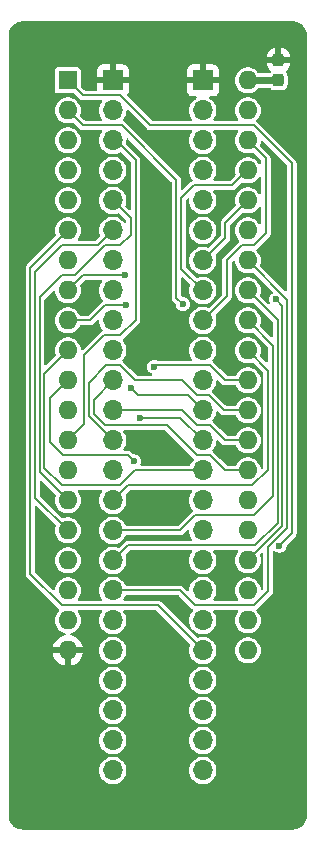
<source format=gbr>
G04 #@! TF.GenerationSoftware,KiCad,Pcbnew,8.0.4+dfsg-1*
G04 #@! TF.CreationDate,2024-12-10T10:57:50+09:00*
G04 #@! TF.ProjectId,bionic-p8048,62696f6e-6963-42d7-9038-3034382e6b69,5*
G04 #@! TF.SameCoordinates,Original*
G04 #@! TF.FileFunction,Copper,L2,Bot*
G04 #@! TF.FilePolarity,Positive*
%FSLAX46Y46*%
G04 Gerber Fmt 4.6, Leading zero omitted, Abs format (unit mm)*
G04 Created by KiCad (PCBNEW 8.0.4+dfsg-1) date 2024-12-10 10:57:50*
%MOMM*%
%LPD*%
G01*
G04 APERTURE LIST*
G04 Aperture macros list*
%AMRoundRect*
0 Rectangle with rounded corners*
0 $1 Rounding radius*
0 $2 $3 $4 $5 $6 $7 $8 $9 X,Y pos of 4 corners*
0 Add a 4 corners polygon primitive as box body*
4,1,4,$2,$3,$4,$5,$6,$7,$8,$9,$2,$3,0*
0 Add four circle primitives for the rounded corners*
1,1,$1+$1,$2,$3*
1,1,$1+$1,$4,$5*
1,1,$1+$1,$6,$7*
1,1,$1+$1,$8,$9*
0 Add four rect primitives between the rounded corners*
20,1,$1+$1,$2,$3,$4,$5,0*
20,1,$1+$1,$4,$5,$6,$7,0*
20,1,$1+$1,$6,$7,$8,$9,0*
20,1,$1+$1,$8,$9,$2,$3,0*%
G04 Aperture macros list end*
G04 #@! TA.AperFunction,ComponentPad*
%ADD10R,1.600000X1.600000*%
G04 #@! TD*
G04 #@! TA.AperFunction,ComponentPad*
%ADD11O,1.600000X1.600000*%
G04 #@! TD*
G04 #@! TA.AperFunction,SMDPad,CuDef*
%ADD12RoundRect,0.237500X0.237500X-0.300000X0.237500X0.300000X-0.237500X0.300000X-0.237500X-0.300000X0*%
G04 #@! TD*
G04 #@! TA.AperFunction,ComponentPad*
%ADD13O,1.700000X1.700000*%
G04 #@! TD*
G04 #@! TA.AperFunction,ComponentPad*
%ADD14R,1.700000X1.700000*%
G04 #@! TD*
G04 #@! TA.AperFunction,ViaPad*
%ADD15C,0.600000*%
G04 #@! TD*
G04 #@! TA.AperFunction,Conductor*
%ADD16C,0.600000*%
G04 #@! TD*
G04 #@! TA.AperFunction,Conductor*
%ADD17C,0.200000*%
G04 #@! TD*
G04 APERTURE END LIST*
D10*
X106080000Y-75080000D03*
D11*
X106080000Y-77620000D03*
X106080000Y-80160000D03*
X106080000Y-82700000D03*
X106080000Y-85240000D03*
X106080000Y-87780000D03*
X106080000Y-90320000D03*
X106080000Y-92860000D03*
X106080000Y-95400000D03*
X106080000Y-97940000D03*
X106080000Y-100480000D03*
X106080000Y-103020000D03*
X106080000Y-105560000D03*
X106080000Y-108100000D03*
X106080000Y-110640000D03*
X106080000Y-113180000D03*
X106080000Y-115720000D03*
X106080000Y-118260000D03*
X106080000Y-120800000D03*
X106080000Y-123340000D03*
X121320000Y-123340000D03*
X121320000Y-120800000D03*
X121320000Y-118260000D03*
X121320000Y-115720000D03*
X121320000Y-113180000D03*
X121320000Y-110640000D03*
X121320000Y-108100000D03*
X121320000Y-105560000D03*
X121320000Y-103020000D03*
X121320000Y-100480000D03*
X121320000Y-97940000D03*
X121320000Y-95400000D03*
X121320000Y-92860000D03*
X121320000Y-90320000D03*
X121320000Y-87780000D03*
X121320000Y-85240000D03*
X121320000Y-82700000D03*
X121320000Y-80160000D03*
X121320000Y-77620000D03*
X121320000Y-75080000D03*
D12*
X123910800Y-75080000D03*
X123910800Y-73355000D03*
D13*
X117510000Y-133500000D03*
X117510000Y-130960000D03*
X117510000Y-128420000D03*
X117510000Y-125880000D03*
X117510000Y-123340000D03*
X117510000Y-120800000D03*
X117510000Y-118260000D03*
X117510000Y-115720000D03*
X117510000Y-113180000D03*
X117510000Y-110640000D03*
X117510000Y-108100000D03*
X117510000Y-105560000D03*
X117510000Y-103020000D03*
X117510000Y-100480000D03*
X117510000Y-97940000D03*
X117510000Y-95400000D03*
X117510000Y-92860000D03*
X117510000Y-90320000D03*
X117510000Y-87780000D03*
X117510000Y-85240000D03*
X117510000Y-82700000D03*
X117510000Y-80160000D03*
X117510000Y-77620000D03*
D14*
X117510000Y-75080000D03*
X109890000Y-75080000D03*
D13*
X109890000Y-77620000D03*
X109890000Y-80160000D03*
X109890000Y-82700000D03*
X109890000Y-85240000D03*
X109890000Y-87780000D03*
X109890000Y-90320000D03*
X109890000Y-92860000D03*
X109890000Y-95400000D03*
X109890000Y-97940000D03*
X109890000Y-100480000D03*
X109890000Y-103020000D03*
X109890000Y-105560000D03*
X109890000Y-108100000D03*
X109890000Y-110640000D03*
X109890000Y-113180000D03*
X109890000Y-115720000D03*
X109890000Y-118260000D03*
X109890000Y-120800000D03*
X109890000Y-123340000D03*
X109890000Y-125880000D03*
X109890000Y-128420000D03*
X109890000Y-130960000D03*
X109890000Y-133500000D03*
D15*
X113700000Y-125372000D03*
X111541000Y-105052000D03*
X113700000Y-131849000D03*
X105064000Y-130706000D03*
X102651000Y-81303000D03*
X120050000Y-128420000D03*
X112684000Y-79652000D03*
X112811000Y-117371000D03*
X123733000Y-82446000D03*
X116494000Y-96670000D03*
X123479000Y-135151000D03*
X112557000Y-83335000D03*
X114462000Y-122070000D03*
X112811000Y-112037000D03*
X123352000Y-77620000D03*
X121320000Y-72667000D03*
X113065000Y-86129000D03*
X113065000Y-106195000D03*
X114462000Y-79525000D03*
X105064000Y-94130000D03*
X113405000Y-99337000D03*
X111668000Y-107338000D03*
X115805000Y-94003000D03*
X123995608Y-114458608D03*
X110906000Y-91590000D03*
X112176000Y-103655000D03*
X111033000Y-94130000D03*
X111414000Y-101115000D03*
X123733000Y-93622000D03*
D16*
X123910800Y-75080000D02*
X121320000Y-75080000D01*
D17*
X110144000Y-80160000D02*
X111814000Y-81830000D01*
X109128000Y-96670000D02*
X107458000Y-98340000D01*
X111814000Y-81830000D02*
X111814000Y-95381000D01*
X111814000Y-95381000D02*
X110525000Y-96670000D01*
X107458000Y-98340000D02*
X107458000Y-104182000D01*
X107458000Y-104182000D02*
X106080000Y-105560000D01*
X109890000Y-80160000D02*
X110144000Y-80160000D01*
X110525000Y-96670000D02*
X109128000Y-96670000D01*
X110525000Y-89050000D02*
X109210827Y-89050000D01*
X109890000Y-85240000D02*
X111414000Y-86764000D01*
X106670827Y-91590000D02*
X105572000Y-91590000D01*
X109210827Y-89050000D02*
X106670827Y-91590000D01*
X111414000Y-86764000D02*
X111414000Y-88161000D01*
X103705000Y-108265000D02*
X106080000Y-110640000D01*
X111414000Y-88161000D02*
X110525000Y-89050000D01*
X103705000Y-93457000D02*
X103705000Y-108265000D01*
X105572000Y-91590000D02*
X103705000Y-93457000D01*
X103305000Y-110405000D02*
X103305000Y-91317000D01*
X106080000Y-113180000D02*
X103305000Y-110405000D01*
X108620000Y-89050000D02*
X109890000Y-87780000D01*
X105572000Y-89050000D02*
X108620000Y-89050000D01*
X103305000Y-91317000D02*
X105572000Y-89050000D01*
X117002000Y-106830000D02*
X118145000Y-106830000D01*
X118145000Y-106830000D02*
X119415000Y-108100000D01*
X108258000Y-103293000D02*
X109255000Y-104290000D01*
X109255000Y-104290000D02*
X114462000Y-104290000D01*
X109890000Y-100480000D02*
X108258000Y-102112000D01*
X108258000Y-102112000D02*
X108258000Y-103293000D01*
X114462000Y-104290000D02*
X117002000Y-106830000D01*
X119415000Y-108100000D02*
X121320000Y-108100000D01*
X121320000Y-105560000D02*
X119415000Y-105560000D01*
X117002000Y-104290000D02*
X115732000Y-103020000D01*
X118145000Y-104290000D02*
X117002000Y-104290000D01*
X119415000Y-105560000D02*
X118145000Y-104290000D01*
X115732000Y-103020000D02*
X109890000Y-103020000D01*
X111795000Y-100480000D02*
X115732000Y-100480000D01*
X109890000Y-105560000D02*
X107858000Y-103528000D01*
X107858000Y-100678200D02*
X109326200Y-99210000D01*
X115732000Y-100480000D02*
X117002000Y-101750000D01*
X109326200Y-99210000D02*
X110525000Y-99210000D01*
X107858000Y-103528000D02*
X107858000Y-100678200D01*
X110525000Y-99210000D02*
X111795000Y-100480000D01*
X117002000Y-101750000D02*
X118018000Y-101750000D01*
X119288000Y-103020000D02*
X121320000Y-103020000D01*
X118018000Y-101750000D02*
X119288000Y-103020000D01*
X119415000Y-100480000D02*
X121320000Y-100480000D01*
X118145000Y-99210000D02*
X119415000Y-100480000D01*
X113405000Y-99337000D02*
X113532000Y-99210000D01*
X113532000Y-99210000D02*
X118145000Y-99210000D01*
X123047200Y-108023800D02*
X123047200Y-99667200D01*
X111160000Y-109370000D02*
X121701000Y-109370000D01*
X123047200Y-99667200D02*
X121320000Y-97940000D01*
X121701000Y-109370000D02*
X123047200Y-108023800D01*
X109890000Y-110640000D02*
X111160000Y-109370000D01*
X121828000Y-111910000D02*
X123447200Y-110290800D01*
X123447200Y-110290800D02*
X123447200Y-97527200D01*
X116875000Y-111910000D02*
X121828000Y-111910000D01*
X109890000Y-113180000D02*
X115605000Y-113180000D01*
X123447200Y-97527200D02*
X121320000Y-95400000D01*
X115605000Y-113180000D02*
X116875000Y-111910000D01*
X123847200Y-112557800D02*
X123847200Y-95387200D01*
X111160000Y-114450000D02*
X121955000Y-114450000D01*
X109890000Y-115720000D02*
X111160000Y-114450000D01*
X121955000Y-114450000D02*
X123847200Y-112557800D01*
X123847200Y-95387200D02*
X121320000Y-92860000D01*
X124647200Y-93647200D02*
X124647200Y-112958486D01*
X123047200Y-114558486D02*
X123047200Y-118310800D01*
X121828000Y-119530000D02*
X116875000Y-119530000D01*
X115605000Y-118260000D02*
X109890000Y-118260000D01*
X124647200Y-112958486D02*
X123047200Y-114558486D01*
X123047200Y-118310800D02*
X121828000Y-119530000D01*
X116875000Y-119530000D02*
X115605000Y-118260000D01*
X121320000Y-90320000D02*
X124647200Y-93647200D01*
X104556000Y-102004000D02*
X106080000Y-100480000D01*
X111160000Y-106830000D02*
X105699000Y-106830000D01*
X111668000Y-107338000D02*
X111160000Y-106830000D01*
X105699000Y-106830000D02*
X104556000Y-105687000D01*
X104556000Y-105687000D02*
X104556000Y-102004000D01*
X117510000Y-123340000D02*
X113700000Y-119530000D01*
X113700000Y-119530000D02*
X105572000Y-119530000D01*
X102905000Y-116863000D02*
X102905000Y-90955000D01*
X102905000Y-90955000D02*
X106080000Y-87780000D01*
X105572000Y-119530000D02*
X102905000Y-116863000D01*
X115281200Y-83519200D02*
X110652000Y-78890000D01*
X115805000Y-94003000D02*
X115281200Y-93479200D01*
X115281200Y-93479200D02*
X115281200Y-83519200D01*
X107350000Y-78890000D02*
X106080000Y-77620000D01*
X110652000Y-78890000D02*
X107350000Y-78890000D01*
X110525000Y-76350000D02*
X107350000Y-76350000D01*
X113065000Y-78890000D02*
X110525000Y-76350000D01*
X107350000Y-76350000D02*
X106080000Y-75080000D01*
X125047200Y-82109200D02*
X121828000Y-78890000D01*
X125047200Y-113407016D02*
X125047200Y-82109200D01*
X121828000Y-78890000D02*
X113065000Y-78890000D01*
X123995608Y-114458608D02*
X125047200Y-113407016D01*
X104105000Y-99915000D02*
X106080000Y-97940000D01*
X110525000Y-109370000D02*
X105572000Y-109370000D01*
X111795000Y-108100000D02*
X110525000Y-109370000D01*
X105572000Y-109370000D02*
X104105000Y-107903000D01*
X117510000Y-108100000D02*
X111795000Y-108100000D01*
X104105000Y-107903000D02*
X104105000Y-99915000D01*
X115605000Y-103655000D02*
X117510000Y-105560000D01*
X112176000Y-103655000D02*
X115605000Y-103655000D01*
X107350000Y-91590000D02*
X106080000Y-92860000D01*
X110906000Y-91590000D02*
X107350000Y-91590000D01*
X112049000Y-101750000D02*
X116240000Y-101750000D01*
X116240000Y-101750000D02*
X117510000Y-103020000D01*
X111033000Y-94130000D02*
X109255000Y-94130000D01*
X111414000Y-101115000D02*
X112049000Y-101750000D01*
X107985000Y-95400000D02*
X106080000Y-95400000D01*
X109255000Y-94130000D02*
X107985000Y-95400000D01*
X122844000Y-81684000D02*
X122844000Y-88034000D01*
X121828000Y-89050000D02*
X120812000Y-89050000D01*
X119542000Y-90320000D02*
X119542000Y-93368000D01*
X122844000Y-88034000D02*
X121828000Y-89050000D01*
X120812000Y-89050000D02*
X119542000Y-90320000D01*
X121320000Y-80160000D02*
X122844000Y-81684000D01*
X119542000Y-93368000D02*
X117510000Y-95400000D01*
X115681200Y-85036800D02*
X115681200Y-91031200D01*
X116748000Y-83970000D02*
X115681200Y-85036800D01*
X120012086Y-83970000D02*
X116748000Y-83970000D01*
X115681200Y-91031200D02*
X117510000Y-92860000D01*
X121282086Y-82700000D02*
X120012086Y-83970000D01*
X121320000Y-82700000D02*
X121282086Y-82700000D01*
X119415000Y-87145000D02*
X119415000Y-88415000D01*
X119415000Y-88415000D02*
X117510000Y-90320000D01*
X121320000Y-85240000D02*
X119415000Y-87145000D01*
X121320000Y-115720000D02*
X124247200Y-112792800D01*
X124247200Y-112792800D02*
X124247200Y-94136200D01*
X124247200Y-94136200D02*
X123733000Y-93622000D01*
G04 #@! TA.AperFunction,Conductor*
G36*
X103874504Y-109000897D02*
G01*
X105022663Y-110149056D01*
X105050440Y-110203573D01*
X105047880Y-110246152D01*
X104993603Y-110436915D01*
X104993603Y-110436917D01*
X104974785Y-110640000D01*
X104993603Y-110843083D01*
X105049418Y-111039250D01*
X105140327Y-111221821D01*
X105263236Y-111384579D01*
X105413959Y-111521981D01*
X105587363Y-111629348D01*
X105777544Y-111703024D01*
X105978024Y-111740500D01*
X106181976Y-111740500D01*
X106382456Y-111703024D01*
X106572637Y-111629348D01*
X106746041Y-111521981D01*
X106896764Y-111384579D01*
X107019673Y-111221821D01*
X107110582Y-111039250D01*
X107166397Y-110843083D01*
X107185215Y-110640000D01*
X107166397Y-110436917D01*
X107110582Y-110240750D01*
X107019673Y-110058179D01*
X106922240Y-109929157D01*
X106902263Y-109871330D01*
X106920092Y-109812799D01*
X106968918Y-109775927D01*
X107001246Y-109770500D01*
X108906099Y-109770500D01*
X108964290Y-109789407D01*
X109000254Y-109838907D01*
X109000254Y-109900093D01*
X108985103Y-109929161D01*
X108907635Y-110031743D01*
X108907630Y-110031752D01*
X108812596Y-110222608D01*
X108754244Y-110427688D01*
X108754244Y-110427690D01*
X108734571Y-110640000D01*
X108754244Y-110852310D01*
X108812595Y-111057389D01*
X108907634Y-111248255D01*
X109036128Y-111418407D01*
X109061013Y-111441093D01*
X109193692Y-111562047D01*
X109193699Y-111562053D01*
X109224786Y-111581301D01*
X109374981Y-111674298D01*
X109573802Y-111751321D01*
X109783390Y-111790500D01*
X109996610Y-111790500D01*
X110206198Y-111751321D01*
X110405019Y-111674298D01*
X110586302Y-111562052D01*
X110743872Y-111418407D01*
X110872366Y-111248255D01*
X110967405Y-111057389D01*
X111025756Y-110852310D01*
X111045429Y-110640000D01*
X111025756Y-110427690D01*
X110967405Y-110222611D01*
X110967401Y-110222604D01*
X110965752Y-110218344D01*
X110967129Y-110217810D01*
X110959021Y-110163350D01*
X110986649Y-110109742D01*
X111296897Y-109799496D01*
X111351413Y-109771719D01*
X111366900Y-109770500D01*
X116526099Y-109770500D01*
X116584290Y-109789407D01*
X116620254Y-109838907D01*
X116620254Y-109900093D01*
X116605103Y-109929161D01*
X116527635Y-110031743D01*
X116527630Y-110031752D01*
X116432596Y-110222608D01*
X116374244Y-110427688D01*
X116374244Y-110427690D01*
X116354571Y-110640000D01*
X116374244Y-110852310D01*
X116432595Y-111057389D01*
X116527634Y-111248255D01*
X116656128Y-111418407D01*
X116660511Y-111422403D01*
X116690779Y-111475576D01*
X116684011Y-111536386D01*
X116643321Y-111581301D01*
X116629089Y-111589518D01*
X115468103Y-112750504D01*
X115413586Y-112778281D01*
X115398099Y-112779500D01*
X111037113Y-112779500D01*
X110978922Y-112760593D01*
X110948492Y-112724628D01*
X110872369Y-112571752D01*
X110872366Y-112571745D01*
X110743872Y-112401593D01*
X110649902Y-112315927D01*
X110586307Y-112257952D01*
X110586300Y-112257946D01*
X110405024Y-112145705D01*
X110405019Y-112145702D01*
X110206195Y-112068678D01*
X109996610Y-112029500D01*
X109783390Y-112029500D01*
X109573804Y-112068678D01*
X109374980Y-112145702D01*
X109374975Y-112145705D01*
X109193699Y-112257946D01*
X109193692Y-112257952D01*
X109036135Y-112401586D01*
X109036131Y-112401589D01*
X109036128Y-112401593D01*
X109036125Y-112401597D01*
X108907635Y-112571743D01*
X108907630Y-112571752D01*
X108812596Y-112762608D01*
X108812595Y-112762611D01*
X108807790Y-112779500D01*
X108754244Y-112967688D01*
X108734571Y-113180000D01*
X108750720Y-113354285D01*
X108754244Y-113392310D01*
X108812595Y-113597389D01*
X108907634Y-113788255D01*
X109036128Y-113958407D01*
X109036135Y-113958413D01*
X109193692Y-114102047D01*
X109193699Y-114102053D01*
X109238060Y-114129520D01*
X109374981Y-114214298D01*
X109573802Y-114291321D01*
X109783390Y-114330500D01*
X109996610Y-114330500D01*
X110206198Y-114291321D01*
X110405019Y-114214298D01*
X110586302Y-114102052D01*
X110743872Y-113958407D01*
X110872366Y-113788255D01*
X110948492Y-113635372D01*
X110991354Y-113591710D01*
X111037113Y-113580500D01*
X115657725Y-113580500D01*
X115657727Y-113580500D01*
X115759588Y-113553207D01*
X115759590Y-113553205D01*
X115759592Y-113553205D01*
X115850908Y-113500483D01*
X115850908Y-113500482D01*
X115850913Y-113500480D01*
X116189913Y-113161478D01*
X116244430Y-113133701D01*
X116304862Y-113143272D01*
X116348127Y-113186537D01*
X116358495Y-113222347D01*
X116370720Y-113354285D01*
X116374244Y-113392310D01*
X116430979Y-113591710D01*
X116432596Y-113597391D01*
X116527630Y-113788247D01*
X116527635Y-113788256D01*
X116605103Y-113890839D01*
X116625082Y-113948670D01*
X116607253Y-114007201D01*
X116558427Y-114044073D01*
X116526099Y-114049500D01*
X111212727Y-114049500D01*
X111107273Y-114049500D01*
X111044929Y-114066204D01*
X111005407Y-114076794D01*
X110914091Y-114129516D01*
X110914086Y-114129520D01*
X110416672Y-114626932D01*
X110362156Y-114654709D01*
X110310907Y-114649243D01*
X110206198Y-114608679D01*
X110206197Y-114608678D01*
X110206195Y-114608678D01*
X109996610Y-114569500D01*
X109783390Y-114569500D01*
X109573804Y-114608678D01*
X109374980Y-114685702D01*
X109374975Y-114685705D01*
X109193699Y-114797946D01*
X109193692Y-114797952D01*
X109036135Y-114941586D01*
X109036131Y-114941589D01*
X109036128Y-114941593D01*
X109036125Y-114941597D01*
X108907635Y-115111743D01*
X108907630Y-115111752D01*
X108812596Y-115302608D01*
X108754244Y-115507688D01*
X108754244Y-115507690D01*
X108734571Y-115720000D01*
X108754244Y-115932310D01*
X108812595Y-116137389D01*
X108907634Y-116328255D01*
X109036128Y-116498407D01*
X109036135Y-116498413D01*
X109193692Y-116642047D01*
X109193699Y-116642053D01*
X109241397Y-116671586D01*
X109374981Y-116754298D01*
X109573802Y-116831321D01*
X109783390Y-116870500D01*
X109996610Y-116870500D01*
X110206198Y-116831321D01*
X110405019Y-116754298D01*
X110586302Y-116642052D01*
X110743872Y-116498407D01*
X110872366Y-116328255D01*
X110967405Y-116137389D01*
X111025756Y-115932310D01*
X111045429Y-115720000D01*
X111025756Y-115507690D01*
X110967405Y-115302611D01*
X110967401Y-115302604D01*
X110965752Y-115298344D01*
X110967129Y-115297810D01*
X110959021Y-115243350D01*
X110986649Y-115189742D01*
X111296897Y-114879496D01*
X111351413Y-114851719D01*
X111366900Y-114850500D01*
X116526099Y-114850500D01*
X116584290Y-114869407D01*
X116620254Y-114918907D01*
X116620254Y-114980093D01*
X116605104Y-115009159D01*
X116579056Y-115043652D01*
X116527635Y-115111743D01*
X116527630Y-115111752D01*
X116432596Y-115302608D01*
X116374244Y-115507688D01*
X116374244Y-115507690D01*
X116354571Y-115720000D01*
X116374244Y-115932310D01*
X116432595Y-116137389D01*
X116527634Y-116328255D01*
X116656128Y-116498407D01*
X116656135Y-116498413D01*
X116813692Y-116642047D01*
X116813699Y-116642053D01*
X116861397Y-116671586D01*
X116994981Y-116754298D01*
X117193802Y-116831321D01*
X117403390Y-116870500D01*
X117616610Y-116870500D01*
X117826198Y-116831321D01*
X118025019Y-116754298D01*
X118206302Y-116642052D01*
X118363872Y-116498407D01*
X118492366Y-116328255D01*
X118587405Y-116137389D01*
X118645756Y-115932310D01*
X118665429Y-115720000D01*
X118645756Y-115507690D01*
X118587405Y-115302611D01*
X118492366Y-115111745D01*
X118414896Y-115009159D01*
X118394918Y-114951330D01*
X118412747Y-114892799D01*
X118461573Y-114855927D01*
X118493901Y-114850500D01*
X120398754Y-114850500D01*
X120456945Y-114869407D01*
X120492909Y-114918907D01*
X120492909Y-114980093D01*
X120477760Y-115009155D01*
X120408783Y-115100496D01*
X120380328Y-115138177D01*
X120380323Y-115138186D01*
X120298450Y-115302611D01*
X120289418Y-115320750D01*
X120233603Y-115516917D01*
X120214785Y-115720000D01*
X120233603Y-115923083D01*
X120289418Y-116119250D01*
X120380327Y-116301821D01*
X120503236Y-116464579D01*
X120653959Y-116601981D01*
X120827363Y-116709348D01*
X121017544Y-116783024D01*
X121218024Y-116820500D01*
X121421976Y-116820500D01*
X121622456Y-116783024D01*
X121812637Y-116709348D01*
X121986041Y-116601981D01*
X122136764Y-116464579D01*
X122259673Y-116301821D01*
X122350582Y-116119250D01*
X122406397Y-115923083D01*
X122425215Y-115720000D01*
X122406397Y-115516917D01*
X122352118Y-115326148D01*
X122354379Y-115265008D01*
X122377333Y-115229058D01*
X122477697Y-115128694D01*
X122532213Y-115100918D01*
X122592645Y-115110490D01*
X122635910Y-115153754D01*
X122646700Y-115198699D01*
X122646700Y-118103899D01*
X122627793Y-118162090D01*
X122617704Y-118173903D01*
X122583360Y-118208247D01*
X122528843Y-118236024D01*
X122468411Y-118226453D01*
X122425146Y-118183188D01*
X122414779Y-118147382D01*
X122406397Y-118056917D01*
X122350582Y-117860750D01*
X122259673Y-117678179D01*
X122136764Y-117515421D01*
X121986041Y-117378019D01*
X121812637Y-117270652D01*
X121622456Y-117196976D01*
X121622455Y-117196975D01*
X121622453Y-117196975D01*
X121421976Y-117159500D01*
X121218024Y-117159500D01*
X121017546Y-117196975D01*
X120947632Y-117224059D01*
X120827363Y-117270652D01*
X120718676Y-117337948D01*
X120653959Y-117378019D01*
X120503237Y-117515420D01*
X120380328Y-117678177D01*
X120380323Y-117678186D01*
X120298450Y-117842611D01*
X120289418Y-117860750D01*
X120233603Y-118056917D01*
X120214785Y-118260000D01*
X120233603Y-118463083D01*
X120289418Y-118659250D01*
X120380327Y-118841821D01*
X120477759Y-118970842D01*
X120497737Y-119028670D01*
X120479908Y-119087201D01*
X120431082Y-119124073D01*
X120398754Y-119129500D01*
X118493901Y-119129500D01*
X118435710Y-119110593D01*
X118399746Y-119061093D01*
X118399746Y-118999907D01*
X118414897Y-118970839D01*
X118492366Y-118868255D01*
X118587405Y-118677389D01*
X118645756Y-118472310D01*
X118665429Y-118260000D01*
X118645756Y-118047690D01*
X118587405Y-117842611D01*
X118492366Y-117651745D01*
X118363872Y-117481593D01*
X118309623Y-117432139D01*
X118206307Y-117337952D01*
X118206300Y-117337946D01*
X118025024Y-117225705D01*
X118025019Y-117225702D01*
X117826195Y-117148678D01*
X117616610Y-117109500D01*
X117403390Y-117109500D01*
X117193804Y-117148678D01*
X116994980Y-117225702D01*
X116994975Y-117225705D01*
X116813699Y-117337946D01*
X116813692Y-117337952D01*
X116656135Y-117481586D01*
X116656131Y-117481589D01*
X116656128Y-117481593D01*
X116656125Y-117481597D01*
X116527635Y-117651743D01*
X116527630Y-117651752D01*
X116432596Y-117842608D01*
X116374244Y-118047688D01*
X116358495Y-118217651D01*
X116334299Y-118273849D01*
X116281691Y-118305092D01*
X116220767Y-118299446D01*
X116189914Y-118278520D01*
X115850913Y-117939520D01*
X115850908Y-117939516D01*
X115759591Y-117886794D01*
X115759593Y-117886794D01*
X115720070Y-117876204D01*
X115657727Y-117859500D01*
X115657725Y-117859500D01*
X111037113Y-117859500D01*
X110978922Y-117840593D01*
X110948492Y-117804628D01*
X110872369Y-117651752D01*
X110872366Y-117651745D01*
X110743872Y-117481593D01*
X110689623Y-117432139D01*
X110586307Y-117337952D01*
X110586300Y-117337946D01*
X110405024Y-117225705D01*
X110405019Y-117225702D01*
X110206195Y-117148678D01*
X109996610Y-117109500D01*
X109783390Y-117109500D01*
X109573804Y-117148678D01*
X109374980Y-117225702D01*
X109374975Y-117225705D01*
X109193699Y-117337946D01*
X109193692Y-117337952D01*
X109036135Y-117481586D01*
X109036131Y-117481589D01*
X109036128Y-117481593D01*
X109036125Y-117481597D01*
X108907635Y-117651743D01*
X108907630Y-117651752D01*
X108812596Y-117842608D01*
X108754244Y-118047688D01*
X108737428Y-118229172D01*
X108734571Y-118260000D01*
X108754244Y-118472310D01*
X108810979Y-118671710D01*
X108812596Y-118677391D01*
X108907630Y-118868247D01*
X108907635Y-118868256D01*
X108985103Y-118970839D01*
X109005082Y-119028670D01*
X108987253Y-119087201D01*
X108938427Y-119124073D01*
X108906099Y-119129500D01*
X107001246Y-119129500D01*
X106943055Y-119110593D01*
X106907091Y-119061093D01*
X106907091Y-118999907D01*
X106922239Y-118970844D01*
X107019673Y-118841821D01*
X107110582Y-118659250D01*
X107166397Y-118463083D01*
X107185215Y-118260000D01*
X107166397Y-118056917D01*
X107110582Y-117860750D01*
X107019673Y-117678179D01*
X106896764Y-117515421D01*
X106746041Y-117378019D01*
X106572637Y-117270652D01*
X106382456Y-117196976D01*
X106382455Y-117196975D01*
X106382453Y-117196975D01*
X106181976Y-117159500D01*
X105978024Y-117159500D01*
X105777546Y-117196975D01*
X105707632Y-117224059D01*
X105587363Y-117270652D01*
X105478676Y-117337948D01*
X105413959Y-117378019D01*
X105263237Y-117515420D01*
X105140328Y-117678177D01*
X105140323Y-117678186D01*
X105049419Y-117860747D01*
X104993603Y-118056917D01*
X104985221Y-118147377D01*
X104961025Y-118203575D01*
X104908417Y-118234818D01*
X104847493Y-118229172D01*
X104816639Y-118208246D01*
X103334496Y-116726103D01*
X103306719Y-116671586D01*
X103305500Y-116656099D01*
X103305500Y-115720000D01*
X104974785Y-115720000D01*
X104993603Y-115923083D01*
X105049418Y-116119250D01*
X105140327Y-116301821D01*
X105263236Y-116464579D01*
X105413959Y-116601981D01*
X105587363Y-116709348D01*
X105777544Y-116783024D01*
X105978024Y-116820500D01*
X106181976Y-116820500D01*
X106382456Y-116783024D01*
X106572637Y-116709348D01*
X106746041Y-116601981D01*
X106896764Y-116464579D01*
X107019673Y-116301821D01*
X107110582Y-116119250D01*
X107166397Y-115923083D01*
X107185215Y-115720000D01*
X107166397Y-115516917D01*
X107110582Y-115320750D01*
X107019673Y-115138179D01*
X106896764Y-114975421D01*
X106746041Y-114838019D01*
X106572637Y-114730652D01*
X106382456Y-114656976D01*
X106382455Y-114656975D01*
X106382453Y-114656975D01*
X106181976Y-114619500D01*
X105978024Y-114619500D01*
X105777546Y-114656975D01*
X105737353Y-114672546D01*
X105587363Y-114730652D01*
X105478676Y-114797948D01*
X105413959Y-114838019D01*
X105263237Y-114975420D01*
X105140328Y-115138177D01*
X105140323Y-115138186D01*
X105058450Y-115302611D01*
X105049418Y-115320750D01*
X104993603Y-115516917D01*
X104974785Y-115720000D01*
X103305500Y-115720000D01*
X103305500Y-111210900D01*
X103324407Y-111152709D01*
X103373907Y-111116745D01*
X103435093Y-111116745D01*
X103474504Y-111140896D01*
X105022663Y-112689056D01*
X105050440Y-112743573D01*
X105047880Y-112786152D01*
X104993603Y-112976915D01*
X104993603Y-112976917D01*
X104974785Y-113180000D01*
X104993603Y-113383083D01*
X105049418Y-113579250D01*
X105140327Y-113761821D01*
X105263236Y-113924579D01*
X105413959Y-114061981D01*
X105587363Y-114169348D01*
X105777544Y-114243024D01*
X105978024Y-114280500D01*
X106181976Y-114280500D01*
X106382456Y-114243024D01*
X106572637Y-114169348D01*
X106746041Y-114061981D01*
X106896764Y-113924579D01*
X107019673Y-113761821D01*
X107110582Y-113579250D01*
X107166397Y-113383083D01*
X107185215Y-113180000D01*
X107166397Y-112976917D01*
X107110582Y-112780750D01*
X107019673Y-112598179D01*
X106896764Y-112435421D01*
X106746041Y-112298019D01*
X106572637Y-112190652D01*
X106382456Y-112116976D01*
X106382455Y-112116975D01*
X106382453Y-112116975D01*
X106181976Y-112079500D01*
X105978024Y-112079500D01*
X105777544Y-112116975D01*
X105697739Y-112147892D01*
X105636648Y-112151282D01*
X105591973Y-112125581D01*
X103734496Y-110268103D01*
X103706719Y-110213586D01*
X103705500Y-110198099D01*
X103705500Y-109070901D01*
X103724407Y-109012710D01*
X103773907Y-108976746D01*
X103835093Y-108976746D01*
X103874504Y-109000897D01*
G37*
G04 #@! TD.AperFunction*
G04 #@! TA.AperFunction,Conductor*
G36*
X111207632Y-80012025D02*
G01*
X114851704Y-83656097D01*
X114879481Y-83710614D01*
X114880700Y-83726101D01*
X114880700Y-93426473D01*
X114880700Y-93531927D01*
X114902666Y-93613908D01*
X114907994Y-93633792D01*
X114960716Y-93725108D01*
X114960718Y-93725110D01*
X114960720Y-93725113D01*
X115170323Y-93934716D01*
X115198099Y-93989231D01*
X115198981Y-94000447D01*
X115219955Y-94159758D01*
X115219957Y-94159766D01*
X115280462Y-94305838D01*
X115280462Y-94305839D01*
X115326399Y-94365705D01*
X115376718Y-94431282D01*
X115502159Y-94527536D01*
X115648238Y-94588044D01*
X115765809Y-94603522D01*
X115804999Y-94608682D01*
X115805000Y-94608682D01*
X115805001Y-94608682D01*
X115836352Y-94604554D01*
X115961762Y-94588044D01*
X116107841Y-94527536D01*
X116233282Y-94431282D01*
X116329536Y-94305841D01*
X116390044Y-94159762D01*
X116410682Y-94003000D01*
X116390044Y-93846238D01*
X116374834Y-93809518D01*
X116329537Y-93700161D01*
X116329537Y-93700160D01*
X116233286Y-93574723D01*
X116233285Y-93574722D01*
X116233282Y-93574718D01*
X116233277Y-93574714D01*
X116233276Y-93574713D01*
X116107838Y-93478462D01*
X115961766Y-93417957D01*
X115961758Y-93417955D01*
X115798567Y-93396471D01*
X115798794Y-93394743D01*
X115748528Y-93378411D01*
X115736715Y-93368322D01*
X115710696Y-93342303D01*
X115682919Y-93287786D01*
X115681700Y-93272299D01*
X115681700Y-91837100D01*
X115700607Y-91778909D01*
X115750107Y-91742945D01*
X115811293Y-91742945D01*
X115850703Y-91767095D01*
X116142514Y-92058907D01*
X116413348Y-92329741D01*
X116441125Y-92384258D01*
X116432904Y-92437818D01*
X116434249Y-92438339D01*
X116432598Y-92442598D01*
X116374244Y-92647688D01*
X116356304Y-92841299D01*
X116354571Y-92860000D01*
X116374244Y-93072310D01*
X116432595Y-93277389D01*
X116527634Y-93468255D01*
X116656128Y-93638407D01*
X116685357Y-93665053D01*
X116813692Y-93782047D01*
X116813699Y-93782053D01*
X116844786Y-93801301D01*
X116994981Y-93894298D01*
X117193802Y-93971321D01*
X117403390Y-94010500D01*
X117616610Y-94010500D01*
X117826198Y-93971321D01*
X118025019Y-93894298D01*
X118206302Y-93782052D01*
X118363872Y-93638407D01*
X118492366Y-93468255D01*
X118587405Y-93277389D01*
X118645756Y-93072310D01*
X118665429Y-92860000D01*
X118645756Y-92647690D01*
X118587405Y-92442611D01*
X118492366Y-92251745D01*
X118363872Y-92081593D01*
X118265286Y-91991719D01*
X118206307Y-91937952D01*
X118206300Y-91937946D01*
X118025024Y-91825705D01*
X118025019Y-91825702D01*
X117939657Y-91792633D01*
X117826198Y-91748679D01*
X117826197Y-91748678D01*
X117826195Y-91748678D01*
X117616610Y-91709500D01*
X117403390Y-91709500D01*
X117193802Y-91748678D01*
X117089091Y-91789243D01*
X117028000Y-91792633D01*
X116983325Y-91766932D01*
X116110696Y-90894303D01*
X116082919Y-90839786D01*
X116081700Y-90824299D01*
X116081700Y-87780000D01*
X116354571Y-87780000D01*
X116374244Y-87992310D01*
X116432595Y-88197389D01*
X116527634Y-88388255D01*
X116656128Y-88558407D01*
X116681013Y-88581093D01*
X116813692Y-88702047D01*
X116813699Y-88702053D01*
X116858060Y-88729520D01*
X116994981Y-88814298D01*
X117193802Y-88891321D01*
X117403390Y-88930500D01*
X117616610Y-88930500D01*
X117826198Y-88891321D01*
X118025019Y-88814298D01*
X118206302Y-88702052D01*
X118363872Y-88558407D01*
X118492366Y-88388255D01*
X118587405Y-88197389D01*
X118645756Y-87992310D01*
X118665429Y-87780000D01*
X118645756Y-87567690D01*
X118587405Y-87362611D01*
X118492366Y-87171745D01*
X118363872Y-87001593D01*
X118309623Y-86952139D01*
X118206307Y-86857952D01*
X118206300Y-86857946D01*
X118025024Y-86745705D01*
X118025019Y-86745702D01*
X117826195Y-86668678D01*
X117616610Y-86629500D01*
X117403390Y-86629500D01*
X117193804Y-86668678D01*
X116994980Y-86745702D01*
X116994975Y-86745705D01*
X116813699Y-86857946D01*
X116813692Y-86857952D01*
X116656135Y-87001586D01*
X116656131Y-87001589D01*
X116656128Y-87001593D01*
X116656125Y-87001597D01*
X116527635Y-87171743D01*
X116527630Y-87171752D01*
X116432596Y-87362608D01*
X116374244Y-87567688D01*
X116374244Y-87567690D01*
X116354571Y-87780000D01*
X116081700Y-87780000D01*
X116081700Y-85243699D01*
X116100607Y-85185508D01*
X116110684Y-85173708D01*
X116192371Y-85092021D01*
X116246885Y-85064246D01*
X116307317Y-85073817D01*
X116350582Y-85117082D01*
X116360949Y-85171160D01*
X116354571Y-85240000D01*
X116374244Y-85452310D01*
X116432595Y-85657389D01*
X116527634Y-85848255D01*
X116656128Y-86018407D01*
X116656135Y-86018413D01*
X116813692Y-86162047D01*
X116813699Y-86162053D01*
X116917389Y-86226255D01*
X116994981Y-86274298D01*
X117193802Y-86351321D01*
X117403390Y-86390500D01*
X117616610Y-86390500D01*
X117826198Y-86351321D01*
X118025019Y-86274298D01*
X118206302Y-86162052D01*
X118363872Y-86018407D01*
X118492366Y-85848255D01*
X118587405Y-85657389D01*
X118645756Y-85452310D01*
X118665429Y-85240000D01*
X118645756Y-85027690D01*
X118587405Y-84822611D01*
X118492366Y-84631745D01*
X118414896Y-84529159D01*
X118394918Y-84471330D01*
X118412747Y-84412799D01*
X118461573Y-84375927D01*
X118493901Y-84370500D01*
X120064811Y-84370500D01*
X120064813Y-84370500D01*
X120166674Y-84343207D01*
X120166676Y-84343205D01*
X120166678Y-84343205D01*
X120257994Y-84290483D01*
X120257994Y-84290482D01*
X120257999Y-84290480D01*
X120804647Y-83743830D01*
X120859162Y-83716055D01*
X120910411Y-83721521D01*
X121017544Y-83763024D01*
X121218024Y-83800500D01*
X121421976Y-83800500D01*
X121622456Y-83763024D01*
X121812637Y-83689348D01*
X121986041Y-83581981D01*
X122136764Y-83444579D01*
X122259673Y-83281821D01*
X122259682Y-83281801D01*
X122260324Y-83280768D01*
X122260721Y-83280431D01*
X122262431Y-83278168D01*
X122262941Y-83278553D01*
X122307030Y-83241243D01*
X122368048Y-83236719D01*
X122420071Y-83268925D01*
X122443229Y-83325559D01*
X122443500Y-83332878D01*
X122443500Y-84607121D01*
X122424593Y-84665312D01*
X122375093Y-84701276D01*
X122313907Y-84701276D01*
X122264407Y-84665312D01*
X122260329Y-84659239D01*
X122259676Y-84658186D01*
X122259673Y-84658179D01*
X122136764Y-84495421D01*
X121986041Y-84358019D01*
X121812637Y-84250652D01*
X121622456Y-84176976D01*
X121622455Y-84176975D01*
X121622453Y-84176975D01*
X121421976Y-84139500D01*
X121218024Y-84139500D01*
X121017546Y-84176975D01*
X120947632Y-84204059D01*
X120827363Y-84250652D01*
X120677881Y-84343207D01*
X120653959Y-84358019D01*
X120503237Y-84495420D01*
X120380328Y-84658177D01*
X120380323Y-84658186D01*
X120298450Y-84822611D01*
X120289418Y-84840750D01*
X120233603Y-85036917D01*
X120214785Y-85240000D01*
X120233603Y-85443083D01*
X120236229Y-85452311D01*
X120287880Y-85633845D01*
X120285619Y-85694989D01*
X120262663Y-85730941D01*
X119094520Y-86899086D01*
X119094516Y-86899091D01*
X119041793Y-86990411D01*
X119041792Y-86990411D01*
X119041793Y-86990412D01*
X119014500Y-87092273D01*
X119014500Y-88208098D01*
X118995593Y-88266289D01*
X118985504Y-88278102D01*
X118036673Y-89226932D01*
X117982156Y-89254709D01*
X117930907Y-89249243D01*
X117826198Y-89208679D01*
X117826197Y-89208678D01*
X117826195Y-89208678D01*
X117616610Y-89169500D01*
X117403390Y-89169500D01*
X117193804Y-89208678D01*
X116994980Y-89285702D01*
X116994975Y-89285705D01*
X116813699Y-89397946D01*
X116813692Y-89397952D01*
X116656135Y-89541586D01*
X116656131Y-89541589D01*
X116656128Y-89541593D01*
X116656125Y-89541597D01*
X116527635Y-89711743D01*
X116527630Y-89711752D01*
X116432596Y-89902608D01*
X116374244Y-90107688D01*
X116354571Y-90320000D01*
X116368350Y-90468708D01*
X116374244Y-90532310D01*
X116432595Y-90737389D01*
X116527634Y-90928255D01*
X116656128Y-91098407D01*
X116681013Y-91121093D01*
X116813692Y-91242047D01*
X116813699Y-91242053D01*
X116858060Y-91269520D01*
X116994981Y-91354298D01*
X117193802Y-91431321D01*
X117403390Y-91470500D01*
X117616610Y-91470500D01*
X117826198Y-91431321D01*
X118025019Y-91354298D01*
X118206302Y-91242052D01*
X118363872Y-91098407D01*
X118492366Y-90928255D01*
X118587405Y-90737389D01*
X118645756Y-90532310D01*
X118665429Y-90320000D01*
X118645756Y-90107690D01*
X118587405Y-89902611D01*
X118587401Y-89902604D01*
X118585752Y-89898344D01*
X118587132Y-89897809D01*
X118579019Y-89843364D01*
X118606648Y-89789743D01*
X119735480Y-88660913D01*
X119750090Y-88635608D01*
X119788205Y-88569592D01*
X119788205Y-88569590D01*
X119788207Y-88569588D01*
X119815500Y-88467727D01*
X119815500Y-88362273D01*
X119815500Y-87351900D01*
X119834407Y-87293709D01*
X119844490Y-87281902D01*
X120831975Y-86294416D01*
X120886490Y-86266641D01*
X120937735Y-86272106D01*
X121017544Y-86303024D01*
X121218024Y-86340500D01*
X121421976Y-86340500D01*
X121622456Y-86303024D01*
X121812637Y-86229348D01*
X121986041Y-86121981D01*
X122136764Y-85984579D01*
X122259673Y-85821821D01*
X122259682Y-85821801D01*
X122260324Y-85820768D01*
X122260721Y-85820431D01*
X122262431Y-85818168D01*
X122262941Y-85818553D01*
X122307030Y-85781243D01*
X122368048Y-85776719D01*
X122420071Y-85808925D01*
X122443229Y-85865559D01*
X122443500Y-85872878D01*
X122443500Y-87147121D01*
X122424593Y-87205312D01*
X122375093Y-87241276D01*
X122313907Y-87241276D01*
X122264407Y-87205312D01*
X122260329Y-87199239D01*
X122259676Y-87198186D01*
X122259673Y-87198179D01*
X122136764Y-87035421D01*
X121986041Y-86898019D01*
X121812637Y-86790652D01*
X121622456Y-86716976D01*
X121622455Y-86716975D01*
X121622453Y-86716975D01*
X121421976Y-86679500D01*
X121218024Y-86679500D01*
X121017546Y-86716975D01*
X120947632Y-86744059D01*
X120827363Y-86790652D01*
X120718676Y-86857948D01*
X120653959Y-86898019D01*
X120503237Y-87035420D01*
X120380328Y-87198177D01*
X120380323Y-87198186D01*
X120298450Y-87362611D01*
X120289418Y-87380750D01*
X120233603Y-87576917D01*
X120214785Y-87780000D01*
X120233603Y-87983083D01*
X120289418Y-88179250D01*
X120380327Y-88361821D01*
X120503236Y-88524579D01*
X120566701Y-88582435D01*
X120596966Y-88635608D01*
X120590195Y-88696418D01*
X120570008Y-88725599D01*
X119221516Y-90074091D01*
X119168793Y-90165411D01*
X119168792Y-90165411D01*
X119168793Y-90165412D01*
X119141500Y-90267273D01*
X119141500Y-93161098D01*
X119122593Y-93219289D01*
X119112504Y-93231102D01*
X118036673Y-94306932D01*
X117982156Y-94334709D01*
X117930907Y-94329243D01*
X117826198Y-94288679D01*
X117826197Y-94288678D01*
X117826195Y-94288678D01*
X117616610Y-94249500D01*
X117403390Y-94249500D01*
X117193804Y-94288678D01*
X116994980Y-94365702D01*
X116994975Y-94365705D01*
X116813699Y-94477946D01*
X116813692Y-94477952D01*
X116656135Y-94621586D01*
X116656131Y-94621589D01*
X116656128Y-94621593D01*
X116656125Y-94621597D01*
X116527635Y-94791743D01*
X116527630Y-94791752D01*
X116432596Y-94982608D01*
X116432595Y-94982611D01*
X116427790Y-94999500D01*
X116374244Y-95187688D01*
X116354571Y-95400000D01*
X116374244Y-95612311D01*
X116378399Y-95626913D01*
X116432595Y-95817389D01*
X116527634Y-96008255D01*
X116656128Y-96178407D01*
X116656135Y-96178413D01*
X116813692Y-96322047D01*
X116813699Y-96322053D01*
X116858060Y-96349520D01*
X116994981Y-96434298D01*
X117193802Y-96511321D01*
X117403390Y-96550500D01*
X117616610Y-96550500D01*
X117826198Y-96511321D01*
X118025019Y-96434298D01*
X118206302Y-96322052D01*
X118363872Y-96178407D01*
X118492366Y-96008255D01*
X118587405Y-95817389D01*
X118645756Y-95612310D01*
X118665429Y-95400000D01*
X118645756Y-95187690D01*
X118587405Y-94982611D01*
X118587401Y-94982604D01*
X118585752Y-94978344D01*
X118587132Y-94977809D01*
X118579019Y-94923364D01*
X118606648Y-94869743D01*
X119862480Y-93613913D01*
X119880788Y-93582203D01*
X119915205Y-93522592D01*
X119915205Y-93522590D01*
X119915207Y-93522588D01*
X119942500Y-93420727D01*
X119942500Y-93315273D01*
X119942500Y-90526899D01*
X119961407Y-90468708D01*
X119971484Y-90456908D01*
X120056642Y-90371750D01*
X120111156Y-90343975D01*
X120171588Y-90353546D01*
X120214853Y-90396811D01*
X120225220Y-90432619D01*
X120233603Y-90523083D01*
X120287880Y-90713846D01*
X120289419Y-90719252D01*
X120376583Y-90894303D01*
X120380327Y-90901821D01*
X120503236Y-91064579D01*
X120653959Y-91201981D01*
X120827363Y-91309348D01*
X121017544Y-91383024D01*
X121218024Y-91420500D01*
X121421976Y-91420500D01*
X121622456Y-91383024D01*
X121702259Y-91352107D01*
X121763351Y-91348718D01*
X121808026Y-91374419D01*
X123407433Y-92973826D01*
X123435210Y-93028343D01*
X123425639Y-93088775D01*
X123397697Y-93122371D01*
X123304724Y-93193712D01*
X123304713Y-93193723D01*
X123208462Y-93319160D01*
X123208462Y-93319161D01*
X123147957Y-93465233D01*
X123147955Y-93465241D01*
X123127318Y-93621999D01*
X123127318Y-93622000D01*
X123147955Y-93778758D01*
X123147957Y-93778767D01*
X123199887Y-93904137D01*
X123204687Y-93965134D01*
X123172718Y-94017303D01*
X123116190Y-94040717D01*
X123056695Y-94026433D01*
X123038419Y-94012026D01*
X122377336Y-93350943D01*
X122349559Y-93296426D01*
X122352118Y-93253848D01*
X122406397Y-93063083D01*
X122425215Y-92860000D01*
X122406397Y-92656917D01*
X122350582Y-92460750D01*
X122259673Y-92278179D01*
X122136764Y-92115421D01*
X121986041Y-91978019D01*
X121812637Y-91870652D01*
X121622456Y-91796976D01*
X121622455Y-91796975D01*
X121622453Y-91796975D01*
X121421976Y-91759500D01*
X121218024Y-91759500D01*
X121017546Y-91796975D01*
X120977353Y-91812546D01*
X120827363Y-91870652D01*
X120718676Y-91937948D01*
X120653959Y-91978019D01*
X120503237Y-92115420D01*
X120380328Y-92278177D01*
X120380323Y-92278186D01*
X120298450Y-92442611D01*
X120289418Y-92460750D01*
X120233603Y-92656917D01*
X120214785Y-92860000D01*
X120233603Y-93063083D01*
X120287880Y-93253846D01*
X120289419Y-93259252D01*
X120369823Y-93420727D01*
X120380327Y-93441821D01*
X120503236Y-93604579D01*
X120653959Y-93741981D01*
X120827363Y-93849348D01*
X121017544Y-93923024D01*
X121218024Y-93960500D01*
X121421976Y-93960500D01*
X121622456Y-93923024D01*
X121702259Y-93892107D01*
X121763351Y-93888718D01*
X121808026Y-93914419D01*
X123417704Y-95524096D01*
X123445481Y-95578613D01*
X123446700Y-95594100D01*
X123446700Y-96721299D01*
X123427793Y-96779490D01*
X123378293Y-96815454D01*
X123317107Y-96815454D01*
X123277696Y-96791303D01*
X122377336Y-95890943D01*
X122349559Y-95836426D01*
X122352118Y-95793848D01*
X122406397Y-95603083D01*
X122425215Y-95400000D01*
X122406397Y-95196917D01*
X122350582Y-95000750D01*
X122259673Y-94818179D01*
X122136764Y-94655421D01*
X121986041Y-94518019D01*
X121812637Y-94410652D01*
X121622456Y-94336976D01*
X121622455Y-94336975D01*
X121622453Y-94336975D01*
X121421976Y-94299500D01*
X121218024Y-94299500D01*
X121017546Y-94336975D01*
X120977353Y-94352546D01*
X120827363Y-94410652D01*
X120718676Y-94477948D01*
X120653959Y-94518019D01*
X120503237Y-94655420D01*
X120380328Y-94818177D01*
X120380323Y-94818186D01*
X120298450Y-94982611D01*
X120289418Y-95000750D01*
X120233603Y-95196917D01*
X120214785Y-95400000D01*
X120233603Y-95603083D01*
X120289418Y-95799250D01*
X120380327Y-95981821D01*
X120503236Y-96144579D01*
X120653959Y-96281981D01*
X120827363Y-96389348D01*
X121017544Y-96463024D01*
X121218024Y-96500500D01*
X121421976Y-96500500D01*
X121622456Y-96463024D01*
X121702259Y-96432107D01*
X121763351Y-96428718D01*
X121808026Y-96454419D01*
X123017704Y-97664097D01*
X123045481Y-97718614D01*
X123046700Y-97734101D01*
X123046700Y-98861299D01*
X123027793Y-98919490D01*
X122978293Y-98955454D01*
X122917107Y-98955454D01*
X122877696Y-98931303D01*
X122377336Y-98430943D01*
X122349559Y-98376426D01*
X122352118Y-98333848D01*
X122406397Y-98143083D01*
X122425215Y-97940000D01*
X122406397Y-97736917D01*
X122350582Y-97540750D01*
X122259673Y-97358179D01*
X122136764Y-97195421D01*
X121986041Y-97058019D01*
X121812637Y-96950652D01*
X121622456Y-96876976D01*
X121622455Y-96876975D01*
X121622453Y-96876975D01*
X121421976Y-96839500D01*
X121218024Y-96839500D01*
X121017546Y-96876975D01*
X120947632Y-96904059D01*
X120827363Y-96950652D01*
X120718676Y-97017948D01*
X120653959Y-97058019D01*
X120503237Y-97195420D01*
X120380328Y-97358177D01*
X120380323Y-97358186D01*
X120298450Y-97522611D01*
X120289418Y-97540750D01*
X120233603Y-97736917D01*
X120214785Y-97940000D01*
X120233603Y-98143083D01*
X120289418Y-98339250D01*
X120380327Y-98521821D01*
X120503236Y-98684579D01*
X120653959Y-98821981D01*
X120827363Y-98929348D01*
X121017544Y-99003024D01*
X121218024Y-99040500D01*
X121421976Y-99040500D01*
X121622456Y-99003024D01*
X121702258Y-98972107D01*
X121763350Y-98968717D01*
X121808026Y-98994418D01*
X122617704Y-99804096D01*
X122645481Y-99858613D01*
X122646700Y-99874100D01*
X122646700Y-107816899D01*
X122627793Y-107875090D01*
X122617703Y-107886903D01*
X122570104Y-107934501D01*
X122515587Y-107962278D01*
X122455155Y-107952706D01*
X122411891Y-107909441D01*
X122404884Y-107891602D01*
X122350582Y-107700750D01*
X122259673Y-107518179D01*
X122136764Y-107355421D01*
X121986041Y-107218019D01*
X121812637Y-107110652D01*
X121622456Y-107036976D01*
X121622455Y-107036975D01*
X121622453Y-107036975D01*
X121421976Y-106999500D01*
X121218024Y-106999500D01*
X121017546Y-107036975D01*
X120947632Y-107064059D01*
X120827363Y-107110652D01*
X120653959Y-107218019D01*
X120503237Y-107355420D01*
X120380328Y-107518177D01*
X120380323Y-107518186D01*
X120317363Y-107644628D01*
X120274500Y-107688291D01*
X120228742Y-107699500D01*
X119621901Y-107699500D01*
X119563710Y-107680593D01*
X119551897Y-107670504D01*
X118975229Y-107093836D01*
X118390913Y-106509520D01*
X118390910Y-106509518D01*
X118376680Y-106501302D01*
X118335739Y-106455831D01*
X118329345Y-106394981D01*
X118359489Y-106342401D01*
X118363872Y-106338407D01*
X118492366Y-106168255D01*
X118587405Y-105977389D01*
X118645756Y-105772310D01*
X118661505Y-105602346D01*
X118685700Y-105546151D01*
X118738307Y-105514907D01*
X118799231Y-105520553D01*
X118830085Y-105541479D01*
X119169086Y-105880479D01*
X119169091Y-105880483D01*
X119260408Y-105933205D01*
X119260406Y-105933205D01*
X119260410Y-105933206D01*
X119260412Y-105933207D01*
X119362273Y-105960500D01*
X119467727Y-105960500D01*
X120228742Y-105960500D01*
X120286933Y-105979407D01*
X120317362Y-106015371D01*
X120380327Y-106141821D01*
X120503236Y-106304579D01*
X120653959Y-106441981D01*
X120827363Y-106549348D01*
X121017544Y-106623024D01*
X121218024Y-106660500D01*
X121421976Y-106660500D01*
X121622456Y-106623024D01*
X121812637Y-106549348D01*
X121986041Y-106441981D01*
X122136764Y-106304579D01*
X122259673Y-106141821D01*
X122350582Y-105959250D01*
X122406397Y-105763083D01*
X122425215Y-105560000D01*
X122406397Y-105356917D01*
X122350582Y-105160750D01*
X122259673Y-104978179D01*
X122136764Y-104815421D01*
X121986041Y-104678019D01*
X121812637Y-104570652D01*
X121622456Y-104496976D01*
X121622455Y-104496975D01*
X121622453Y-104496975D01*
X121421976Y-104459500D01*
X121218024Y-104459500D01*
X121017546Y-104496975D01*
X121017541Y-104496977D01*
X120827363Y-104570652D01*
X120653959Y-104678019D01*
X120503237Y-104815420D01*
X120380328Y-104978177D01*
X120380323Y-104978186D01*
X120317363Y-105104628D01*
X120274500Y-105148291D01*
X120228742Y-105159500D01*
X119621901Y-105159500D01*
X119563710Y-105140593D01*
X119551897Y-105130504D01*
X118972587Y-104551194D01*
X118390913Y-103969520D01*
X118390910Y-103969518D01*
X118376680Y-103961302D01*
X118335739Y-103915831D01*
X118329345Y-103854981D01*
X118359489Y-103802401D01*
X118363872Y-103798407D01*
X118492366Y-103628255D01*
X118587405Y-103437389D01*
X118645756Y-103232310D01*
X118650735Y-103178575D01*
X118674930Y-103122380D01*
X118727537Y-103091136D01*
X118788461Y-103096782D01*
X118819312Y-103117705D01*
X119042087Y-103340480D01*
X119042089Y-103340481D01*
X119042091Y-103340483D01*
X119133408Y-103393205D01*
X119133406Y-103393205D01*
X119133410Y-103393206D01*
X119133412Y-103393207D01*
X119235273Y-103420500D01*
X119340727Y-103420500D01*
X120228742Y-103420500D01*
X120286933Y-103439407D01*
X120317362Y-103475371D01*
X120380327Y-103601821D01*
X120503236Y-103764579D01*
X120653959Y-103901981D01*
X120827363Y-104009348D01*
X121017544Y-104083024D01*
X121218024Y-104120500D01*
X121421976Y-104120500D01*
X121622456Y-104083024D01*
X121812637Y-104009348D01*
X121986041Y-103901981D01*
X122136764Y-103764579D01*
X122259673Y-103601821D01*
X122350582Y-103419250D01*
X122406397Y-103223083D01*
X122425215Y-103020000D01*
X122406397Y-102816917D01*
X122350582Y-102620750D01*
X122259673Y-102438179D01*
X122136764Y-102275421D01*
X121986041Y-102138019D01*
X121812637Y-102030652D01*
X121622456Y-101956976D01*
X121622455Y-101956975D01*
X121622453Y-101956975D01*
X121421976Y-101919500D01*
X121218024Y-101919500D01*
X121017546Y-101956975D01*
X120947632Y-101984059D01*
X120827363Y-102030652D01*
X120677881Y-102123207D01*
X120653959Y-102138019D01*
X120503237Y-102275420D01*
X120380328Y-102438177D01*
X120380323Y-102438186D01*
X120317363Y-102564628D01*
X120274500Y-102608291D01*
X120228742Y-102619500D01*
X119494901Y-102619500D01*
X119436710Y-102600593D01*
X119424897Y-102590504D01*
X118865045Y-102030652D01*
X118295381Y-101460988D01*
X118267606Y-101406474D01*
X118277177Y-101346042D01*
X118298685Y-101317832D01*
X118363872Y-101258407D01*
X118492366Y-101088255D01*
X118587405Y-100897389D01*
X118645756Y-100692310D01*
X118661505Y-100522346D01*
X118685700Y-100466151D01*
X118738307Y-100434907D01*
X118799231Y-100440553D01*
X118830085Y-100461479D01*
X119169086Y-100800479D01*
X119169091Y-100800483D01*
X119260408Y-100853205D01*
X119260406Y-100853205D01*
X119260410Y-100853206D01*
X119260412Y-100853207D01*
X119362273Y-100880500D01*
X119467727Y-100880500D01*
X120228742Y-100880500D01*
X120286933Y-100899407D01*
X120317362Y-100935371D01*
X120380327Y-101061821D01*
X120503236Y-101224579D01*
X120653959Y-101361981D01*
X120827363Y-101469348D01*
X121017544Y-101543024D01*
X121218024Y-101580500D01*
X121421976Y-101580500D01*
X121622456Y-101543024D01*
X121812637Y-101469348D01*
X121986041Y-101361981D01*
X122136764Y-101224579D01*
X122259673Y-101061821D01*
X122350582Y-100879250D01*
X122406397Y-100683083D01*
X122425215Y-100480000D01*
X122406397Y-100276917D01*
X122350582Y-100080750D01*
X122259673Y-99898179D01*
X122136764Y-99735421D01*
X121986041Y-99598019D01*
X121812637Y-99490652D01*
X121622456Y-99416976D01*
X121622455Y-99416975D01*
X121622453Y-99416975D01*
X121421976Y-99379500D01*
X121218024Y-99379500D01*
X121017546Y-99416975D01*
X120947632Y-99444059D01*
X120827363Y-99490652D01*
X120653959Y-99598019D01*
X120503237Y-99735420D01*
X120380328Y-99898177D01*
X120380323Y-99898186D01*
X120317363Y-100024628D01*
X120274500Y-100068291D01*
X120228742Y-100079500D01*
X119621901Y-100079500D01*
X119563710Y-100060593D01*
X119551897Y-100050504D01*
X118992045Y-99490652D01*
X118390913Y-98889520D01*
X118390910Y-98889518D01*
X118376680Y-98881302D01*
X118335739Y-98835831D01*
X118329345Y-98774981D01*
X118359489Y-98722401D01*
X118363872Y-98718407D01*
X118492366Y-98548255D01*
X118587405Y-98357389D01*
X118645756Y-98152310D01*
X118665429Y-97940000D01*
X118645756Y-97727690D01*
X118587405Y-97522611D01*
X118492366Y-97331745D01*
X118363872Y-97161593D01*
X118301159Y-97104422D01*
X118206307Y-97017952D01*
X118206300Y-97017946D01*
X118025024Y-96905705D01*
X118025019Y-96905702D01*
X117826195Y-96828678D01*
X117616610Y-96789500D01*
X117403390Y-96789500D01*
X117193804Y-96828678D01*
X116994980Y-96905702D01*
X116994975Y-96905705D01*
X116813699Y-97017946D01*
X116813692Y-97017952D01*
X116656135Y-97161586D01*
X116656131Y-97161589D01*
X116656128Y-97161593D01*
X116656125Y-97161597D01*
X116527635Y-97331743D01*
X116527630Y-97331752D01*
X116432596Y-97522608D01*
X116374244Y-97727688D01*
X116374244Y-97727690D01*
X116354571Y-97940000D01*
X116374244Y-98152310D01*
X116427434Y-98339252D01*
X116432596Y-98357391D01*
X116527630Y-98548247D01*
X116527635Y-98548256D01*
X116605103Y-98650839D01*
X116625082Y-98708670D01*
X116607253Y-98767201D01*
X116558427Y-98804073D01*
X116526099Y-98809500D01*
X113720377Y-98809500D01*
X113682492Y-98801964D01*
X113561762Y-98751956D01*
X113561759Y-98751955D01*
X113561758Y-98751955D01*
X113405001Y-98731318D01*
X113404999Y-98731318D01*
X113248241Y-98751955D01*
X113248233Y-98751957D01*
X113102161Y-98812462D01*
X113102160Y-98812462D01*
X112976723Y-98908713D01*
X112976713Y-98908723D01*
X112880462Y-99034160D01*
X112880462Y-99034161D01*
X112819957Y-99180233D01*
X112819955Y-99180241D01*
X112799318Y-99336999D01*
X112799318Y-99337000D01*
X112819955Y-99493758D01*
X112819957Y-99493766D01*
X112880462Y-99639838D01*
X112880462Y-99639839D01*
X112966444Y-99751893D01*
X112976718Y-99765282D01*
X113102159Y-99861536D01*
X113102160Y-99861536D01*
X113102161Y-99861537D01*
X113168549Y-99889036D01*
X113215075Y-99928772D01*
X113229359Y-99988267D01*
X113205944Y-100044795D01*
X113153775Y-100076765D01*
X113130664Y-100079500D01*
X112001901Y-100079500D01*
X111943710Y-100060593D01*
X111931897Y-100050504D01*
X111372045Y-99490652D01*
X110770913Y-98889520D01*
X110770910Y-98889518D01*
X110756680Y-98881302D01*
X110715739Y-98835831D01*
X110709345Y-98774981D01*
X110739489Y-98722401D01*
X110743872Y-98718407D01*
X110872366Y-98548255D01*
X110967405Y-98357389D01*
X111025756Y-98152310D01*
X111045429Y-97940000D01*
X111025756Y-97727690D01*
X110967405Y-97522611D01*
X110872366Y-97331745D01*
X110743872Y-97161593D01*
X110739485Y-97157593D01*
X110709220Y-97104422D01*
X110715989Y-97043612D01*
X110756681Y-96998696D01*
X110770913Y-96990480D01*
X112134480Y-95626913D01*
X112142911Y-95612310D01*
X112187205Y-95535592D01*
X112187205Y-95535590D01*
X112187207Y-95535588D01*
X112214500Y-95433727D01*
X112214500Y-95328273D01*
X112214500Y-81890714D01*
X112214501Y-81890701D01*
X112214501Y-81777272D01*
X112214500Y-81777270D01*
X112187208Y-81675416D01*
X112187206Y-81675411D01*
X112161724Y-81631274D01*
X112134481Y-81584089D01*
X112134480Y-81584087D01*
X112059913Y-81509520D01*
X112059910Y-81509518D01*
X111044067Y-80493674D01*
X111016290Y-80439157D01*
X111018850Y-80396578D01*
X111025756Y-80372310D01*
X111045429Y-80160000D01*
X111039050Y-80091162D01*
X111052508Y-80031477D01*
X111098478Y-79991099D01*
X111159403Y-79985453D01*
X111207632Y-80012025D01*
G37*
G04 #@! TD.AperFunction*
G04 #@! TA.AperFunction,Conductor*
G36*
X114313290Y-104709407D02*
G01*
X114325103Y-104719496D01*
X116681520Y-107075913D01*
X116681519Y-107075913D01*
X116724614Y-107119007D01*
X116752392Y-107173523D01*
X116742821Y-107233955D01*
X116721308Y-107262172D01*
X116656129Y-107321591D01*
X116656128Y-107321592D01*
X116527640Y-107491736D01*
X116527630Y-107491752D01*
X116451508Y-107644628D01*
X116408646Y-107688290D01*
X116362887Y-107699500D01*
X112316403Y-107699500D01*
X112258212Y-107680593D01*
X112222248Y-107631093D01*
X112222248Y-107569907D01*
X112224939Y-107562615D01*
X112253042Y-107494767D01*
X112253042Y-107494766D01*
X112253044Y-107494762D01*
X112273682Y-107338000D01*
X112253044Y-107181238D01*
X112209417Y-107075913D01*
X112192537Y-107035161D01*
X112192537Y-107035160D01*
X112096286Y-106909723D01*
X112096285Y-106909722D01*
X112096282Y-106909718D01*
X112096277Y-106909714D01*
X112096276Y-106909713D01*
X111970838Y-106813462D01*
X111824766Y-106752957D01*
X111824758Y-106752955D01*
X111661567Y-106731471D01*
X111661794Y-106729743D01*
X111611528Y-106713411D01*
X111599716Y-106703322D01*
X111405913Y-106509520D01*
X111405908Y-106509516D01*
X111314591Y-106456794D01*
X111314593Y-106456794D01*
X111275070Y-106446204D01*
X111212727Y-106429500D01*
X111212725Y-106429500D01*
X110873901Y-106429500D01*
X110815710Y-106410593D01*
X110779746Y-106361093D01*
X110779746Y-106299907D01*
X110794897Y-106270839D01*
X110872366Y-106168255D01*
X110967405Y-105977389D01*
X111025756Y-105772310D01*
X111045429Y-105560000D01*
X111025756Y-105347690D01*
X110967405Y-105142611D01*
X110872366Y-104951745D01*
X110794896Y-104849159D01*
X110774918Y-104791330D01*
X110792747Y-104732799D01*
X110841573Y-104695927D01*
X110873901Y-104690500D01*
X114255099Y-104690500D01*
X114313290Y-104709407D01*
G37*
G04 #@! TD.AperFunction*
G04 #@! TA.AperFunction,Conductor*
G36*
X108964290Y-92009407D02*
G01*
X109000254Y-92058907D01*
X109000254Y-92120093D01*
X108985104Y-92149159D01*
X108958358Y-92184576D01*
X108907635Y-92251743D01*
X108907630Y-92251752D01*
X108812596Y-92442608D01*
X108754244Y-92647688D01*
X108736304Y-92841299D01*
X108734571Y-92860000D01*
X108754244Y-93072310D01*
X108812595Y-93277389D01*
X108907634Y-93468255D01*
X109036128Y-93638407D01*
X109040511Y-93642403D01*
X109070779Y-93695576D01*
X109064011Y-93756386D01*
X109023321Y-93801301D01*
X109009089Y-93809518D01*
X107848103Y-94970504D01*
X107793586Y-94998281D01*
X107778099Y-94999500D01*
X107171258Y-94999500D01*
X107113067Y-94980593D01*
X107082637Y-94944628D01*
X107048308Y-94875686D01*
X107019673Y-94818179D01*
X106896764Y-94655421D01*
X106746041Y-94518019D01*
X106572637Y-94410652D01*
X106382456Y-94336976D01*
X106382455Y-94336975D01*
X106382453Y-94336975D01*
X106181976Y-94299500D01*
X105978024Y-94299500D01*
X105777546Y-94336975D01*
X105737353Y-94352546D01*
X105587363Y-94410652D01*
X105478676Y-94477948D01*
X105413959Y-94518019D01*
X105263237Y-94655420D01*
X105140328Y-94818177D01*
X105140323Y-94818186D01*
X105058450Y-94982611D01*
X105049418Y-95000750D01*
X104993603Y-95196917D01*
X104974785Y-95400000D01*
X104993603Y-95603083D01*
X105049418Y-95799250D01*
X105140327Y-95981821D01*
X105263236Y-96144579D01*
X105413959Y-96281981D01*
X105587363Y-96389348D01*
X105777544Y-96463024D01*
X105978024Y-96500500D01*
X106181976Y-96500500D01*
X106382456Y-96463024D01*
X106572637Y-96389348D01*
X106746041Y-96281981D01*
X106896764Y-96144579D01*
X107019673Y-95981821D01*
X107082637Y-95855371D01*
X107125500Y-95811709D01*
X107171258Y-95800500D01*
X108037725Y-95800500D01*
X108037727Y-95800500D01*
X108139588Y-95773207D01*
X108139590Y-95773205D01*
X108139592Y-95773205D01*
X108230908Y-95720483D01*
X108230908Y-95720482D01*
X108230913Y-95720480D01*
X108569913Y-95381478D01*
X108624430Y-95353701D01*
X108684862Y-95363272D01*
X108728127Y-95406537D01*
X108738495Y-95442347D01*
X108754244Y-95612311D01*
X108758399Y-95626913D01*
X108807434Y-95799252D01*
X108812596Y-95817391D01*
X108907630Y-96008247D01*
X108907635Y-96008256D01*
X109012149Y-96146654D01*
X109032128Y-96204485D01*
X109014299Y-96263016D01*
X108978166Y-96292048D01*
X108979032Y-96293548D01*
X108882087Y-96349519D01*
X108807519Y-96424086D01*
X108807520Y-96424087D01*
X108807518Y-96424089D01*
X107343360Y-97888245D01*
X107288843Y-97916022D01*
X107228411Y-97906451D01*
X107185146Y-97863186D01*
X107174779Y-97827380D01*
X107166397Y-97736917D01*
X107110582Y-97540750D01*
X107019673Y-97358179D01*
X106896764Y-97195421D01*
X106746041Y-97058019D01*
X106572637Y-96950652D01*
X106382456Y-96876976D01*
X106382455Y-96876975D01*
X106382453Y-96876975D01*
X106181976Y-96839500D01*
X105978024Y-96839500D01*
X105777546Y-96876975D01*
X105707632Y-96904059D01*
X105587363Y-96950652D01*
X105478676Y-97017948D01*
X105413959Y-97058019D01*
X105263237Y-97195420D01*
X105140328Y-97358177D01*
X105140323Y-97358186D01*
X105058450Y-97522611D01*
X105049418Y-97540750D01*
X104993603Y-97736917D01*
X104974785Y-97940000D01*
X104993603Y-98143083D01*
X104996229Y-98152311D01*
X105047880Y-98333845D01*
X105045619Y-98394989D01*
X105022663Y-98430942D01*
X104274504Y-99179102D01*
X104219987Y-99206879D01*
X104159555Y-99197308D01*
X104116290Y-99154043D01*
X104105500Y-99109098D01*
X104105500Y-93663900D01*
X104124407Y-93605709D01*
X104134496Y-93593896D01*
X104474546Y-93253846D01*
X104816641Y-92911750D01*
X104871156Y-92883975D01*
X104931588Y-92893546D01*
X104974853Y-92936811D01*
X104985220Y-92972619D01*
X104993603Y-93063083D01*
X105047880Y-93253846D01*
X105049419Y-93259252D01*
X105129823Y-93420727D01*
X105140327Y-93441821D01*
X105263236Y-93604579D01*
X105413959Y-93741981D01*
X105587363Y-93849348D01*
X105777544Y-93923024D01*
X105978024Y-93960500D01*
X106181976Y-93960500D01*
X106382456Y-93923024D01*
X106572637Y-93849348D01*
X106746041Y-93741981D01*
X106896764Y-93604579D01*
X107019673Y-93441821D01*
X107110582Y-93259250D01*
X107166397Y-93063083D01*
X107185215Y-92860000D01*
X107166397Y-92656917D01*
X107112118Y-92466148D01*
X107114379Y-92405008D01*
X107137334Y-92369058D01*
X107486897Y-92019496D01*
X107541413Y-91991719D01*
X107556900Y-91990500D01*
X108906099Y-91990500D01*
X108964290Y-92009407D01*
G37*
G04 #@! TD.AperFunction*
G04 #@! TA.AperFunction,Conductor*
G36*
X122552505Y-80190826D02*
G01*
X122583360Y-80211753D01*
X124617704Y-82246097D01*
X124645481Y-82300614D01*
X124646700Y-82316101D01*
X124646700Y-92841299D01*
X124627793Y-92899490D01*
X124578293Y-92935454D01*
X124517107Y-92935454D01*
X124477696Y-92911303D01*
X122377336Y-90810943D01*
X122349559Y-90756426D01*
X122352118Y-90713848D01*
X122406397Y-90523083D01*
X122425215Y-90320000D01*
X122406397Y-90116917D01*
X122350582Y-89920750D01*
X122259673Y-89738179D01*
X122136764Y-89575421D01*
X122073297Y-89517564D01*
X122043033Y-89464390D01*
X122049804Y-89403581D01*
X122069991Y-89374400D01*
X122073908Y-89370482D01*
X122073913Y-89370480D01*
X123164480Y-88279913D01*
X123165526Y-88278102D01*
X123217205Y-88188592D01*
X123217205Y-88188590D01*
X123217207Y-88188588D01*
X123244500Y-88086727D01*
X123244500Y-87981273D01*
X123244500Y-81631273D01*
X123217207Y-81529413D01*
X123164480Y-81438087D01*
X123089913Y-81363519D01*
X123089913Y-81363520D01*
X122377336Y-80650943D01*
X122349559Y-80596426D01*
X122352118Y-80553848D01*
X122406397Y-80363083D01*
X122414779Y-80272619D01*
X122438974Y-80216425D01*
X122491581Y-80185181D01*
X122552505Y-80190826D01*
G37*
G04 #@! TD.AperFunction*
G04 #@! TA.AperFunction,Conductor*
G36*
X111179231Y-77580553D02*
G01*
X111210086Y-77601479D01*
X112744520Y-79135913D01*
X112744519Y-79135913D01*
X112819087Y-79210480D01*
X112910413Y-79263207D01*
X113012273Y-79290500D01*
X116526099Y-79290500D01*
X116584290Y-79309407D01*
X116620254Y-79358907D01*
X116620254Y-79420093D01*
X116605103Y-79449161D01*
X116527635Y-79551743D01*
X116527630Y-79551752D01*
X116432596Y-79742608D01*
X116374244Y-79947688D01*
X116354571Y-80160000D01*
X116359366Y-80211753D01*
X116374244Y-80372310D01*
X116432595Y-80577389D01*
X116527634Y-80768255D01*
X116656128Y-80938407D01*
X116656135Y-80938413D01*
X116813692Y-81082047D01*
X116813699Y-81082053D01*
X116867208Y-81115184D01*
X116994981Y-81194298D01*
X117193802Y-81271321D01*
X117403390Y-81310500D01*
X117616610Y-81310500D01*
X117826198Y-81271321D01*
X118025019Y-81194298D01*
X118206302Y-81082052D01*
X118363872Y-80938407D01*
X118492366Y-80768255D01*
X118587405Y-80577389D01*
X118645756Y-80372310D01*
X118665429Y-80160000D01*
X118645756Y-79947690D01*
X118587405Y-79742611D01*
X118492366Y-79551745D01*
X118414896Y-79449159D01*
X118394918Y-79391330D01*
X118412747Y-79332799D01*
X118461573Y-79295927D01*
X118493901Y-79290500D01*
X120398754Y-79290500D01*
X120456945Y-79309407D01*
X120492909Y-79358907D01*
X120492909Y-79420093D01*
X120477760Y-79449155D01*
X120408783Y-79540496D01*
X120380328Y-79578177D01*
X120380323Y-79578186D01*
X120298450Y-79742611D01*
X120289418Y-79760750D01*
X120233603Y-79956917D01*
X120214785Y-80160000D01*
X120233603Y-80363083D01*
X120289418Y-80559250D01*
X120380327Y-80741821D01*
X120503236Y-80904579D01*
X120653959Y-81041981D01*
X120827363Y-81149348D01*
X121017544Y-81223024D01*
X121218024Y-81260500D01*
X121421976Y-81260500D01*
X121622456Y-81223024D01*
X121702259Y-81192107D01*
X121763351Y-81188718D01*
X121808026Y-81214419D01*
X122414504Y-81820897D01*
X122442281Y-81875414D01*
X122443500Y-81890901D01*
X122443500Y-82067121D01*
X122424593Y-82125312D01*
X122375093Y-82161276D01*
X122313907Y-82161276D01*
X122264407Y-82125312D01*
X122260329Y-82119239D01*
X122259676Y-82118186D01*
X122259673Y-82118179D01*
X122136764Y-81955421D01*
X121986041Y-81818019D01*
X121812637Y-81710652D01*
X121622456Y-81636976D01*
X121622455Y-81636975D01*
X121622453Y-81636975D01*
X121421976Y-81599500D01*
X121218024Y-81599500D01*
X121017546Y-81636975D01*
X120947632Y-81664059D01*
X120827363Y-81710652D01*
X120718676Y-81777948D01*
X120653959Y-81818019D01*
X120504125Y-81954611D01*
X120503236Y-81955421D01*
X120472674Y-81995892D01*
X120380328Y-82118177D01*
X120380323Y-82118186D01*
X120289419Y-82300747D01*
X120233603Y-82496917D01*
X120214785Y-82700000D01*
X120233603Y-82903084D01*
X120279482Y-83064331D01*
X120277221Y-83125474D01*
X120254265Y-83161426D01*
X119875190Y-83540503D01*
X119820673Y-83568281D01*
X119805186Y-83569500D01*
X118493901Y-83569500D01*
X118435710Y-83550593D01*
X118399746Y-83501093D01*
X118399746Y-83439907D01*
X118414897Y-83410839D01*
X118492366Y-83308255D01*
X118587405Y-83117389D01*
X118645756Y-82912310D01*
X118665429Y-82700000D01*
X118645756Y-82487690D01*
X118587405Y-82282611D01*
X118492366Y-82091745D01*
X118363872Y-81921593D01*
X118299914Y-81863287D01*
X118206307Y-81777952D01*
X118206300Y-81777946D01*
X118025024Y-81665705D01*
X118025019Y-81665702D01*
X117826195Y-81588678D01*
X117616610Y-81549500D01*
X117403390Y-81549500D01*
X117193804Y-81588678D01*
X116994980Y-81665702D01*
X116994975Y-81665705D01*
X116813699Y-81777946D01*
X116813692Y-81777952D01*
X116656135Y-81921586D01*
X116656131Y-81921589D01*
X116656128Y-81921593D01*
X116656125Y-81921597D01*
X116527635Y-82091743D01*
X116527630Y-82091752D01*
X116432596Y-82282608D01*
X116374244Y-82487688D01*
X116374244Y-82487690D01*
X116354571Y-82700000D01*
X116374244Y-82912310D01*
X116432595Y-83117389D01*
X116527634Y-83308255D01*
X116527639Y-83308262D01*
X116527640Y-83308263D01*
X116632148Y-83446653D01*
X116652128Y-83504484D01*
X116634300Y-83563014D01*
X116598167Y-83592051D01*
X116599031Y-83593548D01*
X116502091Y-83649516D01*
X115850704Y-84300903D01*
X115796187Y-84328680D01*
X115735755Y-84319109D01*
X115692490Y-84275844D01*
X115681700Y-84230899D01*
X115681700Y-83466474D01*
X115676389Y-83446653D01*
X115654407Y-83364613D01*
X115606602Y-83281813D01*
X115601680Y-83273287D01*
X115527113Y-83198719D01*
X115527113Y-83198720D01*
X110897913Y-78569520D01*
X110897910Y-78569518D01*
X110897909Y-78569517D01*
X110897908Y-78569516D01*
X110800969Y-78513548D01*
X110801973Y-78511808D01*
X110762435Y-78478029D01*
X110748160Y-78418532D01*
X110767849Y-78366655D01*
X110872366Y-78228255D01*
X110967405Y-78037389D01*
X111025756Y-77832310D01*
X111041505Y-77662346D01*
X111065700Y-77606151D01*
X111118307Y-77574907D01*
X111179231Y-77580553D01*
G37*
G04 #@! TD.AperFunction*
G04 #@! TA.AperFunction,Conductor*
G36*
X125133875Y-70075805D02*
G01*
X125309097Y-70089594D01*
X125324430Y-70092023D01*
X125491550Y-70132145D01*
X125506317Y-70136943D01*
X125665104Y-70202715D01*
X125678926Y-70209758D01*
X125825469Y-70299560D01*
X125838032Y-70308688D01*
X125968717Y-70420303D01*
X125979699Y-70431285D01*
X126091311Y-70561967D01*
X126100440Y-70574532D01*
X126190238Y-70721068D01*
X126197287Y-70734902D01*
X126263054Y-70893678D01*
X126267855Y-70908453D01*
X126307975Y-71075564D01*
X126310405Y-71090907D01*
X126324195Y-71266123D01*
X126324500Y-71273891D01*
X126324500Y-137306108D01*
X126324195Y-137313876D01*
X126310405Y-137489092D01*
X126307975Y-137504435D01*
X126267855Y-137671546D01*
X126263054Y-137686321D01*
X126197287Y-137845097D01*
X126190234Y-137858939D01*
X126100442Y-138005465D01*
X126091311Y-138018032D01*
X125979699Y-138148714D01*
X125968714Y-138159699D01*
X125838032Y-138271311D01*
X125825465Y-138280442D01*
X125678939Y-138370234D01*
X125665097Y-138377287D01*
X125506321Y-138443054D01*
X125491546Y-138447855D01*
X125324435Y-138487975D01*
X125309092Y-138490405D01*
X125149743Y-138502946D01*
X125133874Y-138504195D01*
X125126108Y-138504500D01*
X102273892Y-138504500D01*
X102266125Y-138504195D01*
X102247014Y-138502691D01*
X102090907Y-138490405D01*
X102075564Y-138487975D01*
X101908453Y-138447855D01*
X101893678Y-138443054D01*
X101734902Y-138377287D01*
X101721068Y-138370238D01*
X101574532Y-138280440D01*
X101561967Y-138271311D01*
X101462706Y-138186535D01*
X101431282Y-138159696D01*
X101420303Y-138148717D01*
X101308688Y-138018032D01*
X101299560Y-138005469D01*
X101209758Y-137858926D01*
X101202715Y-137845104D01*
X101136943Y-137686317D01*
X101132144Y-137671546D01*
X101092024Y-137504435D01*
X101089594Y-137489097D01*
X101075805Y-137313875D01*
X101075500Y-137306108D01*
X101075500Y-133500000D01*
X108734571Y-133500000D01*
X108754244Y-133712310D01*
X108812595Y-133917389D01*
X108907634Y-134108255D01*
X109036128Y-134278407D01*
X109036135Y-134278413D01*
X109193692Y-134422047D01*
X109193699Y-134422053D01*
X109297389Y-134486255D01*
X109374981Y-134534298D01*
X109573802Y-134611321D01*
X109783390Y-134650500D01*
X109996610Y-134650500D01*
X110206198Y-134611321D01*
X110405019Y-134534298D01*
X110586302Y-134422052D01*
X110743872Y-134278407D01*
X110872366Y-134108255D01*
X110967405Y-133917389D01*
X111025756Y-133712310D01*
X111045429Y-133500000D01*
X116354571Y-133500000D01*
X116374244Y-133712310D01*
X116432595Y-133917389D01*
X116527634Y-134108255D01*
X116656128Y-134278407D01*
X116656135Y-134278413D01*
X116813692Y-134422047D01*
X116813699Y-134422053D01*
X116917389Y-134486255D01*
X116994981Y-134534298D01*
X117193802Y-134611321D01*
X117403390Y-134650500D01*
X117616610Y-134650500D01*
X117826198Y-134611321D01*
X118025019Y-134534298D01*
X118206302Y-134422052D01*
X118363872Y-134278407D01*
X118492366Y-134108255D01*
X118587405Y-133917389D01*
X118645756Y-133712310D01*
X118665429Y-133500000D01*
X118645756Y-133287690D01*
X118587405Y-133082611D01*
X118492366Y-132891745D01*
X118363872Y-132721593D01*
X118309623Y-132672139D01*
X118206307Y-132577952D01*
X118206300Y-132577946D01*
X118025024Y-132465705D01*
X118025019Y-132465702D01*
X117826195Y-132388678D01*
X117616610Y-132349500D01*
X117403390Y-132349500D01*
X117193804Y-132388678D01*
X116994980Y-132465702D01*
X116994975Y-132465705D01*
X116813699Y-132577946D01*
X116813692Y-132577952D01*
X116656135Y-132721586D01*
X116656131Y-132721589D01*
X116656128Y-132721593D01*
X116656125Y-132721597D01*
X116527635Y-132891743D01*
X116527630Y-132891752D01*
X116432596Y-133082608D01*
X116374244Y-133287688D01*
X116374244Y-133287690D01*
X116354571Y-133500000D01*
X111045429Y-133500000D01*
X111025756Y-133287690D01*
X110967405Y-133082611D01*
X110872366Y-132891745D01*
X110743872Y-132721593D01*
X110689623Y-132672139D01*
X110586307Y-132577952D01*
X110586300Y-132577946D01*
X110405024Y-132465705D01*
X110405019Y-132465702D01*
X110206195Y-132388678D01*
X109996610Y-132349500D01*
X109783390Y-132349500D01*
X109573804Y-132388678D01*
X109374980Y-132465702D01*
X109374975Y-132465705D01*
X109193699Y-132577946D01*
X109193692Y-132577952D01*
X109036135Y-132721586D01*
X109036131Y-132721589D01*
X109036128Y-132721593D01*
X109036125Y-132721597D01*
X108907635Y-132891743D01*
X108907630Y-132891752D01*
X108812596Y-133082608D01*
X108754244Y-133287688D01*
X108754244Y-133287690D01*
X108734571Y-133500000D01*
X101075500Y-133500000D01*
X101075500Y-130960000D01*
X108734571Y-130960000D01*
X108754244Y-131172310D01*
X108812595Y-131377389D01*
X108907634Y-131568255D01*
X109036128Y-131738407D01*
X109036135Y-131738413D01*
X109193692Y-131882047D01*
X109193699Y-131882053D01*
X109297389Y-131946255D01*
X109374981Y-131994298D01*
X109573802Y-132071321D01*
X109783390Y-132110500D01*
X109996610Y-132110500D01*
X110206198Y-132071321D01*
X110405019Y-131994298D01*
X110586302Y-131882052D01*
X110743872Y-131738407D01*
X110872366Y-131568255D01*
X110967405Y-131377389D01*
X111025756Y-131172310D01*
X111045429Y-130960000D01*
X116354571Y-130960000D01*
X116374244Y-131172310D01*
X116432595Y-131377389D01*
X116527634Y-131568255D01*
X116656128Y-131738407D01*
X116656135Y-131738413D01*
X116813692Y-131882047D01*
X116813699Y-131882053D01*
X116917389Y-131946255D01*
X116994981Y-131994298D01*
X117193802Y-132071321D01*
X117403390Y-132110500D01*
X117616610Y-132110500D01*
X117826198Y-132071321D01*
X118025019Y-131994298D01*
X118206302Y-131882052D01*
X118363872Y-131738407D01*
X118492366Y-131568255D01*
X118587405Y-131377389D01*
X118645756Y-131172310D01*
X118665429Y-130960000D01*
X118645756Y-130747690D01*
X118587405Y-130542611D01*
X118492366Y-130351745D01*
X118363872Y-130181593D01*
X118309623Y-130132139D01*
X118206307Y-130037952D01*
X118206300Y-130037946D01*
X118025024Y-129925705D01*
X118025019Y-129925702D01*
X117826195Y-129848678D01*
X117616610Y-129809500D01*
X117403390Y-129809500D01*
X117193804Y-129848678D01*
X116994980Y-129925702D01*
X116994975Y-129925705D01*
X116813699Y-130037946D01*
X116813692Y-130037952D01*
X116656135Y-130181586D01*
X116656131Y-130181589D01*
X116656128Y-130181593D01*
X116656125Y-130181597D01*
X116527635Y-130351743D01*
X116527630Y-130351752D01*
X116432596Y-130542608D01*
X116374244Y-130747688D01*
X116374244Y-130747690D01*
X116354571Y-130960000D01*
X111045429Y-130960000D01*
X111025756Y-130747690D01*
X110967405Y-130542611D01*
X110872366Y-130351745D01*
X110743872Y-130181593D01*
X110689623Y-130132139D01*
X110586307Y-130037952D01*
X110586300Y-130037946D01*
X110405024Y-129925705D01*
X110405019Y-129925702D01*
X110206195Y-129848678D01*
X109996610Y-129809500D01*
X109783390Y-129809500D01*
X109573804Y-129848678D01*
X109374980Y-129925702D01*
X109374975Y-129925705D01*
X109193699Y-130037946D01*
X109193692Y-130037952D01*
X109036135Y-130181586D01*
X109036131Y-130181589D01*
X109036128Y-130181593D01*
X109036125Y-130181597D01*
X108907635Y-130351743D01*
X108907630Y-130351752D01*
X108812596Y-130542608D01*
X108754244Y-130747688D01*
X108754244Y-130747690D01*
X108734571Y-130960000D01*
X101075500Y-130960000D01*
X101075500Y-128420000D01*
X108734571Y-128420000D01*
X108754244Y-128632310D01*
X108812595Y-128837389D01*
X108907634Y-129028255D01*
X109036128Y-129198407D01*
X109036135Y-129198413D01*
X109193692Y-129342047D01*
X109193699Y-129342053D01*
X109297389Y-129406255D01*
X109374981Y-129454298D01*
X109573802Y-129531321D01*
X109783390Y-129570500D01*
X109996610Y-129570500D01*
X110206198Y-129531321D01*
X110405019Y-129454298D01*
X110586302Y-129342052D01*
X110743872Y-129198407D01*
X110872366Y-129028255D01*
X110967405Y-128837389D01*
X111025756Y-128632310D01*
X111045429Y-128420000D01*
X116354571Y-128420000D01*
X116374244Y-128632310D01*
X116432595Y-128837389D01*
X116527634Y-129028255D01*
X116656128Y-129198407D01*
X116656135Y-129198413D01*
X116813692Y-129342047D01*
X116813699Y-129342053D01*
X116917389Y-129406255D01*
X116994981Y-129454298D01*
X117193802Y-129531321D01*
X117403390Y-129570500D01*
X117616610Y-129570500D01*
X117826198Y-129531321D01*
X118025019Y-129454298D01*
X118206302Y-129342052D01*
X118363872Y-129198407D01*
X118492366Y-129028255D01*
X118587405Y-128837389D01*
X118645756Y-128632310D01*
X118665429Y-128420000D01*
X118645756Y-128207690D01*
X118587405Y-128002611D01*
X118492366Y-127811745D01*
X118363872Y-127641593D01*
X118309623Y-127592139D01*
X118206307Y-127497952D01*
X118206300Y-127497946D01*
X118025024Y-127385705D01*
X118025019Y-127385702D01*
X117826195Y-127308678D01*
X117616610Y-127269500D01*
X117403390Y-127269500D01*
X117193804Y-127308678D01*
X116994980Y-127385702D01*
X116994975Y-127385705D01*
X116813699Y-127497946D01*
X116813692Y-127497952D01*
X116656135Y-127641586D01*
X116656131Y-127641589D01*
X116656128Y-127641593D01*
X116656125Y-127641597D01*
X116527635Y-127811743D01*
X116527630Y-127811752D01*
X116432596Y-128002608D01*
X116374244Y-128207688D01*
X116374244Y-128207690D01*
X116354571Y-128420000D01*
X111045429Y-128420000D01*
X111025756Y-128207690D01*
X110967405Y-128002611D01*
X110872366Y-127811745D01*
X110743872Y-127641593D01*
X110689623Y-127592139D01*
X110586307Y-127497952D01*
X110586300Y-127497946D01*
X110405024Y-127385705D01*
X110405019Y-127385702D01*
X110206195Y-127308678D01*
X109996610Y-127269500D01*
X109783390Y-127269500D01*
X109573804Y-127308678D01*
X109374980Y-127385702D01*
X109374975Y-127385705D01*
X109193699Y-127497946D01*
X109193692Y-127497952D01*
X109036135Y-127641586D01*
X109036131Y-127641589D01*
X109036128Y-127641593D01*
X109036125Y-127641597D01*
X108907635Y-127811743D01*
X108907630Y-127811752D01*
X108812596Y-128002608D01*
X108754244Y-128207688D01*
X108754244Y-128207690D01*
X108734571Y-128420000D01*
X101075500Y-128420000D01*
X101075500Y-125880000D01*
X108734571Y-125880000D01*
X108754244Y-126092310D01*
X108812595Y-126297389D01*
X108907634Y-126488255D01*
X109036128Y-126658407D01*
X109036135Y-126658413D01*
X109193692Y-126802047D01*
X109193699Y-126802053D01*
X109297389Y-126866255D01*
X109374981Y-126914298D01*
X109573802Y-126991321D01*
X109783390Y-127030500D01*
X109996610Y-127030500D01*
X110206198Y-126991321D01*
X110405019Y-126914298D01*
X110586302Y-126802052D01*
X110743872Y-126658407D01*
X110872366Y-126488255D01*
X110967405Y-126297389D01*
X111025756Y-126092310D01*
X111045429Y-125880000D01*
X116354571Y-125880000D01*
X116374244Y-126092310D01*
X116432595Y-126297389D01*
X116527634Y-126488255D01*
X116656128Y-126658407D01*
X116656135Y-126658413D01*
X116813692Y-126802047D01*
X116813699Y-126802053D01*
X116917389Y-126866255D01*
X116994981Y-126914298D01*
X117193802Y-126991321D01*
X117403390Y-127030500D01*
X117616610Y-127030500D01*
X117826198Y-126991321D01*
X118025019Y-126914298D01*
X118206302Y-126802052D01*
X118363872Y-126658407D01*
X118492366Y-126488255D01*
X118587405Y-126297389D01*
X118645756Y-126092310D01*
X118665429Y-125880000D01*
X118645756Y-125667690D01*
X118587405Y-125462611D01*
X118492366Y-125271745D01*
X118363872Y-125101593D01*
X118309623Y-125052139D01*
X118206307Y-124957952D01*
X118206300Y-124957946D01*
X118025024Y-124845705D01*
X118025019Y-124845702D01*
X117826195Y-124768678D01*
X117616610Y-124729500D01*
X117403390Y-124729500D01*
X117193804Y-124768678D01*
X116994980Y-124845702D01*
X116994975Y-124845705D01*
X116813699Y-124957946D01*
X116813692Y-124957952D01*
X116656135Y-125101586D01*
X116656131Y-125101589D01*
X116656128Y-125101593D01*
X116656125Y-125101597D01*
X116527635Y-125271743D01*
X116527630Y-125271752D01*
X116432596Y-125462608D01*
X116374244Y-125667688D01*
X116374244Y-125667690D01*
X116354571Y-125880000D01*
X111045429Y-125880000D01*
X111025756Y-125667690D01*
X110967405Y-125462611D01*
X110872366Y-125271745D01*
X110743872Y-125101593D01*
X110689623Y-125052139D01*
X110586307Y-124957952D01*
X110586300Y-124957946D01*
X110405024Y-124845705D01*
X110405019Y-124845702D01*
X110206195Y-124768678D01*
X109996610Y-124729500D01*
X109783390Y-124729500D01*
X109573804Y-124768678D01*
X109374980Y-124845702D01*
X109374975Y-124845705D01*
X109193699Y-124957946D01*
X109193692Y-124957952D01*
X109036135Y-125101586D01*
X109036131Y-125101589D01*
X109036128Y-125101593D01*
X109036125Y-125101597D01*
X108907635Y-125271743D01*
X108907630Y-125271752D01*
X108812596Y-125462608D01*
X108754244Y-125667688D01*
X108754244Y-125667690D01*
X108734571Y-125880000D01*
X101075500Y-125880000D01*
X101075500Y-90902273D01*
X102504500Y-90902273D01*
X102504500Y-116810273D01*
X102504500Y-116915727D01*
X102528570Y-117005559D01*
X102531794Y-117017592D01*
X102584516Y-117108908D01*
X102584518Y-117108910D01*
X102584520Y-117108913D01*
X105251518Y-119775910D01*
X105251520Y-119775913D01*
X105326087Y-119850480D01*
X105326089Y-119850481D01*
X105330008Y-119854400D01*
X105357785Y-119908917D01*
X105348214Y-119969349D01*
X105326700Y-119997565D01*
X105263239Y-120055417D01*
X105140328Y-120218177D01*
X105140323Y-120218186D01*
X105058450Y-120382611D01*
X105049418Y-120400750D01*
X104993603Y-120596917D01*
X104974785Y-120800000D01*
X104993603Y-121003083D01*
X105049418Y-121199250D01*
X105140327Y-121381821D01*
X105263236Y-121544579D01*
X105413959Y-121681981D01*
X105587363Y-121789348D01*
X105777544Y-121863024D01*
X105815418Y-121870103D01*
X105869141Y-121899380D01*
X105895398Y-121954645D01*
X105884156Y-122014789D01*
X105839709Y-122056838D01*
X105822848Y-122063044D01*
X105633676Y-122113733D01*
X105427518Y-122209865D01*
X105241188Y-122340334D01*
X105080334Y-122501188D01*
X104949865Y-122687518D01*
X104853733Y-122893676D01*
X104801128Y-123090000D01*
X105764314Y-123090000D01*
X105759920Y-123094394D01*
X105707259Y-123185606D01*
X105680000Y-123287339D01*
X105680000Y-123392661D01*
X105707259Y-123494394D01*
X105759920Y-123585606D01*
X105764314Y-123590000D01*
X104801128Y-123590000D01*
X104853733Y-123786323D01*
X104949865Y-123992481D01*
X105080334Y-124178811D01*
X105241188Y-124339665D01*
X105427518Y-124470134D01*
X105633676Y-124566266D01*
X105830000Y-124618872D01*
X105830000Y-123655686D01*
X105834394Y-123660080D01*
X105925606Y-123712741D01*
X106027339Y-123740000D01*
X106132661Y-123740000D01*
X106234394Y-123712741D01*
X106325606Y-123660080D01*
X106330000Y-123655686D01*
X106330000Y-124618871D01*
X106526323Y-124566266D01*
X106732481Y-124470134D01*
X106918811Y-124339665D01*
X107079665Y-124178811D01*
X107210134Y-123992481D01*
X107306266Y-123786323D01*
X107358872Y-123590000D01*
X106395686Y-123590000D01*
X106400080Y-123585606D01*
X106452741Y-123494394D01*
X106480000Y-123392661D01*
X106480000Y-123340000D01*
X108734571Y-123340000D01*
X108754244Y-123552310D01*
X108812595Y-123757389D01*
X108907634Y-123948255D01*
X109036128Y-124118407D01*
X109036135Y-124118413D01*
X109193692Y-124262047D01*
X109193699Y-124262053D01*
X109297389Y-124326255D01*
X109374981Y-124374298D01*
X109573802Y-124451321D01*
X109783390Y-124490500D01*
X109996610Y-124490500D01*
X110206198Y-124451321D01*
X110405019Y-124374298D01*
X110586302Y-124262052D01*
X110743872Y-124118407D01*
X110872366Y-123948255D01*
X110967405Y-123757389D01*
X111025756Y-123552310D01*
X111045429Y-123340000D01*
X111025756Y-123127690D01*
X110967405Y-122922611D01*
X110872366Y-122731745D01*
X110743872Y-122561593D01*
X110677611Y-122501188D01*
X110586307Y-122417952D01*
X110586300Y-122417946D01*
X110405024Y-122305705D01*
X110405019Y-122305702D01*
X110319657Y-122272633D01*
X110206198Y-122228679D01*
X110206197Y-122228678D01*
X110206195Y-122228678D01*
X109996610Y-122189500D01*
X109783390Y-122189500D01*
X109573804Y-122228678D01*
X109374980Y-122305702D01*
X109374975Y-122305705D01*
X109193699Y-122417946D01*
X109193692Y-122417952D01*
X109036135Y-122561586D01*
X109036131Y-122561589D01*
X109036128Y-122561593D01*
X109036125Y-122561597D01*
X108907635Y-122731743D01*
X108907630Y-122731752D01*
X108812596Y-122922608D01*
X108754244Y-123127688D01*
X108754244Y-123127690D01*
X108734571Y-123340000D01*
X106480000Y-123340000D01*
X106480000Y-123287339D01*
X106452741Y-123185606D01*
X106400080Y-123094394D01*
X106395686Y-123090000D01*
X107358872Y-123090000D01*
X107306266Y-122893676D01*
X107210134Y-122687518D01*
X107079665Y-122501188D01*
X106918811Y-122340334D01*
X106732481Y-122209865D01*
X106526323Y-122113733D01*
X106337151Y-122063044D01*
X106285836Y-122029720D01*
X106263910Y-121972598D01*
X106279746Y-121913498D01*
X106327296Y-121874992D01*
X106344568Y-121870106D01*
X106382456Y-121863024D01*
X106572637Y-121789348D01*
X106746041Y-121681981D01*
X106896764Y-121544579D01*
X107019673Y-121381821D01*
X107110582Y-121199250D01*
X107166397Y-121003083D01*
X107185215Y-120800000D01*
X107166397Y-120596917D01*
X107110582Y-120400750D01*
X107019673Y-120218179D01*
X106922240Y-120089157D01*
X106902263Y-120031330D01*
X106920092Y-119972799D01*
X106968918Y-119935927D01*
X107001246Y-119930500D01*
X108906099Y-119930500D01*
X108964290Y-119949407D01*
X109000254Y-119998907D01*
X109000254Y-120060093D01*
X108985103Y-120089161D01*
X108907635Y-120191743D01*
X108907630Y-120191752D01*
X108812596Y-120382608D01*
X108754244Y-120587688D01*
X108754244Y-120587690D01*
X108734571Y-120800000D01*
X108754244Y-121012310D01*
X108812595Y-121217389D01*
X108907634Y-121408255D01*
X109036128Y-121578407D01*
X109036135Y-121578413D01*
X109193692Y-121722047D01*
X109193699Y-121722053D01*
X109297389Y-121786255D01*
X109374981Y-121834298D01*
X109573802Y-121911321D01*
X109783390Y-121950500D01*
X109996610Y-121950500D01*
X110206198Y-121911321D01*
X110405019Y-121834298D01*
X110586302Y-121722052D01*
X110743872Y-121578407D01*
X110872366Y-121408255D01*
X110967405Y-121217389D01*
X111025756Y-121012310D01*
X111045429Y-120800000D01*
X111025756Y-120587690D01*
X110967405Y-120382611D01*
X110872366Y-120191745D01*
X110794896Y-120089159D01*
X110774918Y-120031330D01*
X110792747Y-119972799D01*
X110841573Y-119935927D01*
X110873901Y-119930500D01*
X113493099Y-119930500D01*
X113551290Y-119949407D01*
X113563103Y-119959496D01*
X116413348Y-122809741D01*
X116441125Y-122864258D01*
X116432904Y-122917818D01*
X116434249Y-122918339D01*
X116432598Y-122922598D01*
X116374244Y-123127688D01*
X116374244Y-123127690D01*
X116354571Y-123340000D01*
X116374244Y-123552310D01*
X116432595Y-123757389D01*
X116527634Y-123948255D01*
X116656128Y-124118407D01*
X116656135Y-124118413D01*
X116813692Y-124262047D01*
X116813699Y-124262053D01*
X116917389Y-124326255D01*
X116994981Y-124374298D01*
X117193802Y-124451321D01*
X117403390Y-124490500D01*
X117616610Y-124490500D01*
X117826198Y-124451321D01*
X118025019Y-124374298D01*
X118206302Y-124262052D01*
X118363872Y-124118407D01*
X118492366Y-123948255D01*
X118587405Y-123757389D01*
X118645756Y-123552310D01*
X118665429Y-123340000D01*
X120214785Y-123340000D01*
X120233603Y-123543083D01*
X120289418Y-123739250D01*
X120380327Y-123921821D01*
X120503236Y-124084579D01*
X120653959Y-124221981D01*
X120827363Y-124329348D01*
X121017544Y-124403024D01*
X121218024Y-124440500D01*
X121421976Y-124440500D01*
X121622456Y-124403024D01*
X121812637Y-124329348D01*
X121986041Y-124221981D01*
X122136764Y-124084579D01*
X122259673Y-123921821D01*
X122350582Y-123739250D01*
X122406397Y-123543083D01*
X122425215Y-123340000D01*
X122406397Y-123136917D01*
X122350582Y-122940750D01*
X122259673Y-122758179D01*
X122136764Y-122595421D01*
X121986041Y-122458019D01*
X121812637Y-122350652D01*
X121622456Y-122276976D01*
X121622455Y-122276975D01*
X121622453Y-122276975D01*
X121421976Y-122239500D01*
X121218024Y-122239500D01*
X121017546Y-122276975D01*
X120977353Y-122292546D01*
X120827363Y-122350652D01*
X120718676Y-122417948D01*
X120653959Y-122458019D01*
X120503237Y-122595420D01*
X120380328Y-122758177D01*
X120380323Y-122758186D01*
X120298450Y-122922611D01*
X120289418Y-122940750D01*
X120233603Y-123136917D01*
X120214785Y-123340000D01*
X118665429Y-123340000D01*
X118645756Y-123127690D01*
X118587405Y-122922611D01*
X118492366Y-122731745D01*
X118363872Y-122561593D01*
X118297611Y-122501188D01*
X118206307Y-122417952D01*
X118206300Y-122417946D01*
X118025024Y-122305705D01*
X118025019Y-122305702D01*
X117939657Y-122272633D01*
X117826198Y-122228679D01*
X117826197Y-122228678D01*
X117826195Y-122228678D01*
X117616610Y-122189500D01*
X117403390Y-122189500D01*
X117193810Y-122228677D01*
X117193805Y-122228678D01*
X117193802Y-122228679D01*
X117193795Y-122228681D01*
X117193794Y-122228682D01*
X117089089Y-122269243D01*
X117027998Y-122272633D01*
X116983324Y-122246932D01*
X115536392Y-120800000D01*
X113945913Y-119209520D01*
X113945910Y-119209518D01*
X113945908Y-119209516D01*
X113854591Y-119156794D01*
X113854593Y-119156794D01*
X113815070Y-119146204D01*
X113752727Y-119129500D01*
X113752725Y-119129500D01*
X110873901Y-119129500D01*
X110815710Y-119110593D01*
X110779746Y-119061093D01*
X110779746Y-118999907D01*
X110794897Y-118970839D01*
X110872366Y-118868255D01*
X110948492Y-118715372D01*
X110991354Y-118671710D01*
X111037113Y-118660500D01*
X115398099Y-118660500D01*
X115456290Y-118679407D01*
X115468103Y-118689496D01*
X116629087Y-119850480D01*
X116629089Y-119850481D01*
X116643316Y-119858695D01*
X116684257Y-119904164D01*
X116690654Y-119965014D01*
X116660521Y-120017587D01*
X116656130Y-120021590D01*
X116656128Y-120021592D01*
X116527640Y-120191736D01*
X116527630Y-120191752D01*
X116432596Y-120382608D01*
X116374244Y-120587688D01*
X116374244Y-120587690D01*
X116354571Y-120800000D01*
X116374244Y-121012310D01*
X116432595Y-121217389D01*
X116527634Y-121408255D01*
X116656128Y-121578407D01*
X116656135Y-121578413D01*
X116813692Y-121722047D01*
X116813699Y-121722053D01*
X116917389Y-121786255D01*
X116994981Y-121834298D01*
X117193802Y-121911321D01*
X117403390Y-121950500D01*
X117616610Y-121950500D01*
X117826198Y-121911321D01*
X118025019Y-121834298D01*
X118206302Y-121722052D01*
X118363872Y-121578407D01*
X118492366Y-121408255D01*
X118587405Y-121217389D01*
X118645756Y-121012310D01*
X118665429Y-120800000D01*
X118645756Y-120587690D01*
X118587405Y-120382611D01*
X118492366Y-120191745D01*
X118414896Y-120089159D01*
X118394918Y-120031330D01*
X118412747Y-119972799D01*
X118461573Y-119935927D01*
X118493901Y-119930500D01*
X120398754Y-119930500D01*
X120456945Y-119949407D01*
X120492909Y-119998907D01*
X120492909Y-120060093D01*
X120477760Y-120089155D01*
X120408783Y-120180496D01*
X120380328Y-120218177D01*
X120380323Y-120218186D01*
X120298450Y-120382611D01*
X120289418Y-120400750D01*
X120233603Y-120596917D01*
X120214785Y-120800000D01*
X120233603Y-121003083D01*
X120289418Y-121199250D01*
X120380327Y-121381821D01*
X120503236Y-121544579D01*
X120653959Y-121681981D01*
X120827363Y-121789348D01*
X121017544Y-121863024D01*
X121218024Y-121900500D01*
X121421976Y-121900500D01*
X121622456Y-121863024D01*
X121812637Y-121789348D01*
X121986041Y-121681981D01*
X122136764Y-121544579D01*
X122259673Y-121381821D01*
X122350582Y-121199250D01*
X122406397Y-121003083D01*
X122425215Y-120800000D01*
X122406397Y-120596917D01*
X122350582Y-120400750D01*
X122259673Y-120218179D01*
X122136764Y-120055421D01*
X122073297Y-119997564D01*
X122043033Y-119944390D01*
X122049804Y-119883581D01*
X122069991Y-119854400D01*
X122073908Y-119850482D01*
X122073913Y-119850480D01*
X123367680Y-118556713D01*
X123420407Y-118465388D01*
X123447700Y-118363527D01*
X123447700Y-118258073D01*
X123447700Y-114995849D01*
X123466607Y-114937658D01*
X123516107Y-114901694D01*
X123577293Y-114901694D01*
X123606964Y-114917305D01*
X123692767Y-114983144D01*
X123692768Y-114983144D01*
X123692769Y-114983145D01*
X123755577Y-115009161D01*
X123838846Y-115043652D01*
X123956417Y-115059130D01*
X123995607Y-115064290D01*
X123995608Y-115064290D01*
X123995609Y-115064290D01*
X124026960Y-115060162D01*
X124152370Y-115043652D01*
X124298449Y-114983144D01*
X124423890Y-114886890D01*
X124520144Y-114761449D01*
X124580652Y-114615370D01*
X124601290Y-114458608D01*
X124602137Y-114452175D01*
X124603864Y-114452402D01*
X124620197Y-114402134D01*
X124630280Y-114390327D01*
X125293110Y-113727497D01*
X125293113Y-113727496D01*
X125367680Y-113652929D01*
X125420407Y-113561603D01*
X125436785Y-113500480D01*
X125447701Y-113459743D01*
X125447701Y-113354289D01*
X125447701Y-113348227D01*
X125447700Y-113348209D01*
X125447700Y-82056474D01*
X125447700Y-82056473D01*
X125420407Y-81954613D01*
X125420407Y-81954612D01*
X125420407Y-81954611D01*
X125367683Y-81863291D01*
X125367681Y-81863289D01*
X125367680Y-81863287D01*
X122073913Y-78569520D01*
X122073910Y-78569518D01*
X122069991Y-78565599D01*
X122042214Y-78511082D01*
X122051785Y-78450650D01*
X122073297Y-78422436D01*
X122136764Y-78364579D01*
X122259673Y-78201821D01*
X122350582Y-78019250D01*
X122406397Y-77823083D01*
X122425215Y-77620000D01*
X122406397Y-77416917D01*
X122350582Y-77220750D01*
X122259673Y-77038179D01*
X122136764Y-76875421D01*
X121986041Y-76738019D01*
X121812637Y-76630652D01*
X121622456Y-76556976D01*
X121622455Y-76556975D01*
X121622453Y-76556975D01*
X121421976Y-76519500D01*
X121218024Y-76519500D01*
X121017546Y-76556975D01*
X120993055Y-76566463D01*
X120827363Y-76630652D01*
X120677881Y-76723207D01*
X120653959Y-76738019D01*
X120503237Y-76875420D01*
X120380328Y-77038177D01*
X120380323Y-77038186D01*
X120298450Y-77202611D01*
X120289418Y-77220750D01*
X120233603Y-77416917D01*
X120214785Y-77620000D01*
X120233603Y-77823083D01*
X120289418Y-78019250D01*
X120380327Y-78201821D01*
X120477759Y-78330842D01*
X120497737Y-78388670D01*
X120479908Y-78447201D01*
X120431082Y-78484073D01*
X120398754Y-78489500D01*
X118493901Y-78489500D01*
X118435710Y-78470593D01*
X118399746Y-78421093D01*
X118399746Y-78359907D01*
X118414897Y-78330839D01*
X118492366Y-78228255D01*
X118587405Y-78037389D01*
X118645756Y-77832310D01*
X118665429Y-77620000D01*
X118645756Y-77407690D01*
X118587405Y-77202611D01*
X118492366Y-77011745D01*
X118363872Y-76841593D01*
X118284688Y-76769407D01*
X118206307Y-76697952D01*
X118206300Y-76697946D01*
X118069383Y-76613171D01*
X118029862Y-76566463D01*
X118025343Y-76505444D01*
X118057553Y-76453424D01*
X118114189Y-76430270D01*
X118121500Y-76430000D01*
X118407824Y-76430000D01*
X118467370Y-76423598D01*
X118467381Y-76423596D01*
X118602088Y-76373353D01*
X118602090Y-76373352D01*
X118717184Y-76287192D01*
X118717192Y-76287184D01*
X118803352Y-76172090D01*
X118803353Y-76172088D01*
X118853596Y-76037381D01*
X118853598Y-76037370D01*
X118860000Y-75977824D01*
X118860000Y-75330001D01*
X118859999Y-75330000D01*
X117943012Y-75330000D01*
X117975925Y-75272993D01*
X118010000Y-75145826D01*
X118010000Y-75080000D01*
X120214785Y-75080000D01*
X120233603Y-75283083D01*
X120289418Y-75479250D01*
X120380327Y-75661821D01*
X120503236Y-75824579D01*
X120653959Y-75961981D01*
X120827363Y-76069348D01*
X121017544Y-76143024D01*
X121218024Y-76180500D01*
X121421976Y-76180500D01*
X121622456Y-76143024D01*
X121812637Y-76069348D01*
X121986041Y-75961981D01*
X122136764Y-75824579D01*
X122215860Y-75719837D01*
X122266016Y-75684796D01*
X122294863Y-75680500D01*
X123176808Y-75680500D01*
X123234999Y-75699407D01*
X123255691Y-75719680D01*
X123289300Y-75764000D01*
X123407142Y-75853362D01*
X123544723Y-75907617D01*
X123631182Y-75918000D01*
X123631184Y-75918000D01*
X124190416Y-75918000D01*
X124190418Y-75918000D01*
X124276877Y-75907617D01*
X124414458Y-75853362D01*
X124532300Y-75764000D01*
X124621662Y-75646158D01*
X124675917Y-75508577D01*
X124686300Y-75422118D01*
X124686300Y-74737882D01*
X124675917Y-74651423D01*
X124621662Y-74513842D01*
X124540634Y-74406990D01*
X124520540Y-74349201D01*
X124538251Y-74290635D01*
X124567548Y-74262912D01*
X124608835Y-74237446D01*
X124730746Y-74115535D01*
X124821251Y-73968806D01*
X124875481Y-73805148D01*
X124885800Y-73704155D01*
X124885800Y-73605001D01*
X124885799Y-73605000D01*
X122935802Y-73605000D01*
X122935801Y-73605001D01*
X122935801Y-73704154D01*
X122946117Y-73805142D01*
X122946120Y-73805154D01*
X123000348Y-73968806D01*
X123090853Y-74115535D01*
X123212762Y-74237444D01*
X123254052Y-74262912D01*
X123293654Y-74309553D01*
X123298277Y-74370563D01*
X123280964Y-74406991D01*
X123255692Y-74440318D01*
X123205466Y-74475261D01*
X123176808Y-74479500D01*
X122294863Y-74479500D01*
X122236672Y-74460593D01*
X122215861Y-74440163D01*
X122136764Y-74335421D01*
X121986041Y-74198019D01*
X121812637Y-74090652D01*
X121622456Y-74016976D01*
X121622455Y-74016975D01*
X121622453Y-74016975D01*
X121421976Y-73979500D01*
X121218024Y-73979500D01*
X121017546Y-74016975D01*
X120989619Y-74027794D01*
X120827363Y-74090652D01*
X120679548Y-74182175D01*
X120653959Y-74198019D01*
X120503237Y-74335420D01*
X120380328Y-74498177D01*
X120380323Y-74498186D01*
X120289419Y-74680747D01*
X120289418Y-74680750D01*
X120233603Y-74876917D01*
X120214785Y-75080000D01*
X118010000Y-75080000D01*
X118010000Y-75014174D01*
X117975925Y-74887007D01*
X117943012Y-74830000D01*
X118859999Y-74830000D01*
X118860000Y-74829999D01*
X118860000Y-74182175D01*
X118853598Y-74122629D01*
X118853596Y-74122618D01*
X118803353Y-73987911D01*
X118803352Y-73987909D01*
X118717192Y-73872815D01*
X118717184Y-73872807D01*
X118602090Y-73786647D01*
X118602088Y-73786646D01*
X118467381Y-73736403D01*
X118467370Y-73736401D01*
X118407824Y-73730000D01*
X117760001Y-73730000D01*
X117760000Y-73730001D01*
X117760000Y-74646988D01*
X117702993Y-74614075D01*
X117575826Y-74580000D01*
X117444174Y-74580000D01*
X117317007Y-74614075D01*
X117260000Y-74646988D01*
X117260000Y-73730001D01*
X117259999Y-73730000D01*
X116612176Y-73730000D01*
X116552629Y-73736401D01*
X116552618Y-73736403D01*
X116417911Y-73786646D01*
X116417909Y-73786647D01*
X116302815Y-73872807D01*
X116302807Y-73872815D01*
X116216647Y-73987909D01*
X116216646Y-73987911D01*
X116166403Y-74122618D01*
X116166401Y-74122629D01*
X116160000Y-74182175D01*
X116160000Y-74829999D01*
X116160001Y-74830000D01*
X117076988Y-74830000D01*
X117044075Y-74887007D01*
X117010000Y-75014174D01*
X117010000Y-75145826D01*
X117044075Y-75272993D01*
X117076988Y-75330000D01*
X116160001Y-75330000D01*
X116160000Y-75330001D01*
X116160000Y-75977824D01*
X116159999Y-75977824D01*
X116166401Y-76037370D01*
X116166403Y-76037381D01*
X116216646Y-76172088D01*
X116216647Y-76172090D01*
X116302807Y-76287184D01*
X116302815Y-76287192D01*
X116417909Y-76373352D01*
X116417911Y-76373353D01*
X116552618Y-76423596D01*
X116552629Y-76423598D01*
X116612176Y-76430000D01*
X116898500Y-76430000D01*
X116956691Y-76448907D01*
X116992655Y-76498407D01*
X116992655Y-76559593D01*
X116956691Y-76609093D01*
X116950617Y-76613171D01*
X116813699Y-76697946D01*
X116813692Y-76697952D01*
X116656135Y-76841586D01*
X116656131Y-76841589D01*
X116656128Y-76841593D01*
X116656125Y-76841597D01*
X116527635Y-77011743D01*
X116527630Y-77011752D01*
X116432596Y-77202608D01*
X116374244Y-77407688D01*
X116374244Y-77407690D01*
X116354571Y-77620000D01*
X116374244Y-77832310D01*
X116427434Y-78019252D01*
X116432596Y-78037391D01*
X116527630Y-78228247D01*
X116527635Y-78228256D01*
X116605103Y-78330839D01*
X116625082Y-78388670D01*
X116607253Y-78447201D01*
X116558427Y-78484073D01*
X116526099Y-78489500D01*
X113271901Y-78489500D01*
X113213710Y-78470593D01*
X113201897Y-78460504D01*
X111128476Y-76387083D01*
X111100699Y-76332566D01*
X111110270Y-76272134D01*
X111119227Y-76257749D01*
X111183354Y-76172087D01*
X111233596Y-76037381D01*
X111233598Y-76037370D01*
X111240000Y-75977824D01*
X111240000Y-75330001D01*
X111239999Y-75330000D01*
X110323012Y-75330000D01*
X110355925Y-75272993D01*
X110390000Y-75145826D01*
X110390000Y-75014174D01*
X110355925Y-74887007D01*
X110323012Y-74830000D01*
X111239999Y-74830000D01*
X111240000Y-74829999D01*
X111240000Y-74182175D01*
X111233598Y-74122629D01*
X111233596Y-74122618D01*
X111183353Y-73987911D01*
X111183352Y-73987909D01*
X111097192Y-73872815D01*
X111097184Y-73872807D01*
X110982090Y-73786647D01*
X110982088Y-73786646D01*
X110847381Y-73736403D01*
X110847370Y-73736401D01*
X110787824Y-73730000D01*
X110140001Y-73730000D01*
X110140000Y-73730001D01*
X110140000Y-74646988D01*
X110082993Y-74614075D01*
X109955826Y-74580000D01*
X109824174Y-74580000D01*
X109697007Y-74614075D01*
X109640000Y-74646988D01*
X109640000Y-73730001D01*
X109639999Y-73730000D01*
X108992176Y-73730000D01*
X108932629Y-73736401D01*
X108932618Y-73736403D01*
X108797911Y-73786646D01*
X108797909Y-73786647D01*
X108682815Y-73872807D01*
X108682807Y-73872815D01*
X108596647Y-73987909D01*
X108596646Y-73987911D01*
X108546403Y-74122618D01*
X108546401Y-74122629D01*
X108540000Y-74182175D01*
X108540000Y-74829999D01*
X108540001Y-74830000D01*
X109456988Y-74830000D01*
X109424075Y-74887007D01*
X109390000Y-75014174D01*
X109390000Y-75145826D01*
X109424075Y-75272993D01*
X109456988Y-75330000D01*
X108540001Y-75330000D01*
X108540000Y-75330001D01*
X108540000Y-75850500D01*
X108521093Y-75908691D01*
X108471593Y-75944655D01*
X108441000Y-75949500D01*
X107556901Y-75949500D01*
X107498710Y-75930593D01*
X107486897Y-75920504D01*
X107209495Y-75643102D01*
X107181718Y-75588585D01*
X107180499Y-75573098D01*
X107180499Y-74235139D01*
X107180499Y-74235136D01*
X107177585Y-74210009D01*
X107132206Y-74107235D01*
X107052765Y-74027794D01*
X106949991Y-73982415D01*
X106949990Y-73982414D01*
X106949988Y-73982414D01*
X106924868Y-73979500D01*
X105235139Y-73979500D01*
X105235136Y-73979501D01*
X105210009Y-73982414D01*
X105107235Y-74027794D01*
X105027794Y-74107235D01*
X104982414Y-74210011D01*
X104979500Y-74235130D01*
X104979500Y-75924860D01*
X104979501Y-75924863D01*
X104982414Y-75949990D01*
X104987709Y-75961981D01*
X105027794Y-76052765D01*
X105107235Y-76132206D01*
X105210009Y-76177585D01*
X105235135Y-76180500D01*
X106573098Y-76180499D01*
X106631289Y-76199406D01*
X106643101Y-76209495D01*
X107104086Y-76670479D01*
X107104091Y-76670483D01*
X107195408Y-76723205D01*
X107195406Y-76723205D01*
X107195410Y-76723206D01*
X107195412Y-76723207D01*
X107297273Y-76750500D01*
X107402727Y-76750500D01*
X108906099Y-76750500D01*
X108964290Y-76769407D01*
X109000254Y-76818907D01*
X109000254Y-76880093D01*
X108985103Y-76909161D01*
X108907635Y-77011743D01*
X108907630Y-77011752D01*
X108812596Y-77202608D01*
X108754244Y-77407688D01*
X108754244Y-77407690D01*
X108734571Y-77620000D01*
X108754244Y-77832310D01*
X108807434Y-78019252D01*
X108812596Y-78037391D01*
X108907630Y-78228247D01*
X108907635Y-78228256D01*
X108985103Y-78330839D01*
X109005082Y-78388670D01*
X108987253Y-78447201D01*
X108938427Y-78484073D01*
X108906099Y-78489500D01*
X107556901Y-78489500D01*
X107498710Y-78470593D01*
X107486897Y-78460504D01*
X107137336Y-78110943D01*
X107109559Y-78056426D01*
X107112118Y-78013848D01*
X107166397Y-77823083D01*
X107185215Y-77620000D01*
X107166397Y-77416917D01*
X107110582Y-77220750D01*
X107019673Y-77038179D01*
X106896764Y-76875421D01*
X106746041Y-76738019D01*
X106572637Y-76630652D01*
X106382456Y-76556976D01*
X106382455Y-76556975D01*
X106382453Y-76556975D01*
X106181976Y-76519500D01*
X105978024Y-76519500D01*
X105777546Y-76556975D01*
X105753055Y-76566463D01*
X105587363Y-76630652D01*
X105437881Y-76723207D01*
X105413959Y-76738019D01*
X105263237Y-76875420D01*
X105140328Y-77038177D01*
X105140323Y-77038186D01*
X105058450Y-77202611D01*
X105049418Y-77220750D01*
X104993603Y-77416917D01*
X104974785Y-77620000D01*
X104993603Y-77823083D01*
X105049418Y-78019250D01*
X105140327Y-78201821D01*
X105263236Y-78364579D01*
X105413959Y-78501981D01*
X105587363Y-78609348D01*
X105777544Y-78683024D01*
X105978024Y-78720500D01*
X106181976Y-78720500D01*
X106382456Y-78683024D01*
X106462259Y-78652107D01*
X106523351Y-78648718D01*
X106568026Y-78674419D01*
X107104087Y-79210480D01*
X107104089Y-79210481D01*
X107104090Y-79210482D01*
X107104091Y-79210483D01*
X107195408Y-79263205D01*
X107195406Y-79263205D01*
X107195410Y-79263206D01*
X107195412Y-79263207D01*
X107297273Y-79290500D01*
X108906099Y-79290500D01*
X108964290Y-79309407D01*
X109000254Y-79358907D01*
X109000254Y-79420093D01*
X108985103Y-79449161D01*
X108907635Y-79551743D01*
X108907630Y-79551752D01*
X108812596Y-79742608D01*
X108754244Y-79947688D01*
X108734571Y-80160000D01*
X108739366Y-80211753D01*
X108754244Y-80372310D01*
X108812595Y-80577389D01*
X108907634Y-80768255D01*
X109036128Y-80938407D01*
X109036135Y-80938413D01*
X109193692Y-81082047D01*
X109193699Y-81082053D01*
X109247208Y-81115184D01*
X109374981Y-81194298D01*
X109573802Y-81271321D01*
X109783390Y-81310500D01*
X109996610Y-81310500D01*
X110206198Y-81271321D01*
X110405019Y-81194298D01*
X110466119Y-81156465D01*
X110525546Y-81141907D01*
X110582182Y-81165060D01*
X110588240Y-81170633D01*
X111384504Y-81966896D01*
X111412281Y-82021413D01*
X111413500Y-82036900D01*
X111413500Y-85958099D01*
X111394593Y-86016290D01*
X111345093Y-86052254D01*
X111283907Y-86052254D01*
X111244496Y-86028103D01*
X110986650Y-85770257D01*
X110958873Y-85715740D01*
X110967111Y-85662182D01*
X110965752Y-85661656D01*
X110967400Y-85657398D01*
X110967405Y-85657389D01*
X111025756Y-85452310D01*
X111045429Y-85240000D01*
X111025756Y-85027690D01*
X110967405Y-84822611D01*
X110872366Y-84631745D01*
X110743872Y-84461593D01*
X110649902Y-84375927D01*
X110586307Y-84317952D01*
X110586300Y-84317946D01*
X110405024Y-84205705D01*
X110405019Y-84205702D01*
X110206195Y-84128678D01*
X109996610Y-84089500D01*
X109783390Y-84089500D01*
X109573804Y-84128678D01*
X109374980Y-84205702D01*
X109374975Y-84205705D01*
X109193699Y-84317946D01*
X109193692Y-84317952D01*
X109036135Y-84461586D01*
X109036131Y-84461589D01*
X109036128Y-84461593D01*
X109036125Y-84461597D01*
X108907635Y-84631743D01*
X108907630Y-84631752D01*
X108812596Y-84822608D01*
X108754244Y-85027688D01*
X108754244Y-85027690D01*
X108734571Y-85240000D01*
X108754244Y-85452310D01*
X108812595Y-85657389D01*
X108907634Y-85848255D01*
X109036128Y-86018407D01*
X109036135Y-86018413D01*
X109193692Y-86162047D01*
X109193699Y-86162053D01*
X109297389Y-86226255D01*
X109374981Y-86274298D01*
X109573802Y-86351321D01*
X109783390Y-86390500D01*
X109996610Y-86390500D01*
X110206198Y-86351321D01*
X110310908Y-86310755D01*
X110371998Y-86307366D01*
X110416674Y-86333067D01*
X110984504Y-86900897D01*
X111012281Y-86955414D01*
X111013500Y-86970901D01*
X111013500Y-87063261D01*
X110994593Y-87121452D01*
X110945093Y-87157416D01*
X110883907Y-87157416D01*
X110835497Y-87122922D01*
X110743880Y-87001603D01*
X110743877Y-87001600D01*
X110743872Y-87001593D01*
X110689623Y-86952139D01*
X110586307Y-86857952D01*
X110586300Y-86857946D01*
X110405024Y-86745705D01*
X110405019Y-86745702D01*
X110206195Y-86668678D01*
X109996610Y-86629500D01*
X109783390Y-86629500D01*
X109573804Y-86668678D01*
X109374980Y-86745702D01*
X109374975Y-86745705D01*
X109193699Y-86857946D01*
X109193692Y-86857952D01*
X109036135Y-87001586D01*
X109036131Y-87001589D01*
X109036128Y-87001593D01*
X109036125Y-87001597D01*
X108907635Y-87171743D01*
X108907630Y-87171752D01*
X108812596Y-87362608D01*
X108754244Y-87567688D01*
X108734571Y-87780000D01*
X108754244Y-87992311D01*
X108812598Y-88197401D01*
X108814249Y-88201661D01*
X108812873Y-88202193D01*
X108820975Y-88256662D01*
X108793348Y-88310257D01*
X108483104Y-88620503D01*
X108428587Y-88648281D01*
X108413100Y-88649500D01*
X107001246Y-88649500D01*
X106943055Y-88630593D01*
X106907091Y-88581093D01*
X106907091Y-88519907D01*
X106922239Y-88490844D01*
X107019673Y-88361821D01*
X107110582Y-88179250D01*
X107166397Y-87983083D01*
X107185215Y-87780000D01*
X107166397Y-87576917D01*
X107110582Y-87380750D01*
X107019673Y-87198179D01*
X106896764Y-87035421D01*
X106746041Y-86898019D01*
X106572637Y-86790652D01*
X106382456Y-86716976D01*
X106382455Y-86716975D01*
X106382453Y-86716975D01*
X106181976Y-86679500D01*
X105978024Y-86679500D01*
X105777546Y-86716975D01*
X105707632Y-86744059D01*
X105587363Y-86790652D01*
X105478676Y-86857948D01*
X105413959Y-86898019D01*
X105263237Y-87035420D01*
X105140328Y-87198177D01*
X105140323Y-87198186D01*
X105058450Y-87362611D01*
X105049418Y-87380750D01*
X104993603Y-87576917D01*
X104974785Y-87780000D01*
X104993603Y-87983083D01*
X104996229Y-87992311D01*
X105047880Y-88173845D01*
X105045619Y-88234989D01*
X105022663Y-88270942D01*
X102584517Y-90709090D01*
X102584516Y-90709091D01*
X102531795Y-90800406D01*
X102531793Y-90800410D01*
X102531793Y-90800412D01*
X102525393Y-90824299D01*
X102511376Y-90876611D01*
X102506636Y-90894303D01*
X102504500Y-90902273D01*
X101075500Y-90902273D01*
X101075500Y-85240000D01*
X104974785Y-85240000D01*
X104993603Y-85443083D01*
X105049418Y-85639250D01*
X105140327Y-85821821D01*
X105263236Y-85984579D01*
X105413959Y-86121981D01*
X105587363Y-86229348D01*
X105777544Y-86303024D01*
X105978024Y-86340500D01*
X106181976Y-86340500D01*
X106382456Y-86303024D01*
X106572637Y-86229348D01*
X106746041Y-86121981D01*
X106896764Y-85984579D01*
X107019673Y-85821821D01*
X107110582Y-85639250D01*
X107166397Y-85443083D01*
X107185215Y-85240000D01*
X107166397Y-85036917D01*
X107110582Y-84840750D01*
X107019673Y-84658179D01*
X106896764Y-84495421D01*
X106746041Y-84358019D01*
X106572637Y-84250652D01*
X106382456Y-84176976D01*
X106382455Y-84176975D01*
X106382453Y-84176975D01*
X106181976Y-84139500D01*
X105978024Y-84139500D01*
X105777546Y-84176975D01*
X105707632Y-84204059D01*
X105587363Y-84250652D01*
X105437881Y-84343207D01*
X105413959Y-84358019D01*
X105263237Y-84495420D01*
X105140328Y-84658177D01*
X105140323Y-84658186D01*
X105058450Y-84822611D01*
X105049418Y-84840750D01*
X104993603Y-85036917D01*
X104974785Y-85240000D01*
X101075500Y-85240000D01*
X101075500Y-82700000D01*
X104974785Y-82700000D01*
X104993603Y-82903083D01*
X105049418Y-83099250D01*
X105140327Y-83281821D01*
X105263236Y-83444579D01*
X105413959Y-83581981D01*
X105587363Y-83689348D01*
X105777544Y-83763024D01*
X105978024Y-83800500D01*
X106181976Y-83800500D01*
X106382456Y-83763024D01*
X106572637Y-83689348D01*
X106746041Y-83581981D01*
X106896764Y-83444579D01*
X107019673Y-83281821D01*
X107110582Y-83099250D01*
X107166397Y-82903083D01*
X107185215Y-82700000D01*
X108734571Y-82700000D01*
X108754244Y-82912310D01*
X108812595Y-83117389D01*
X108907634Y-83308255D01*
X109036128Y-83478407D01*
X109036135Y-83478413D01*
X109193692Y-83622047D01*
X109193699Y-83622053D01*
X109238060Y-83649520D01*
X109374981Y-83734298D01*
X109573802Y-83811321D01*
X109783390Y-83850500D01*
X109996610Y-83850500D01*
X110206198Y-83811321D01*
X110405019Y-83734298D01*
X110586302Y-83622052D01*
X110743872Y-83478407D01*
X110872366Y-83308255D01*
X110967405Y-83117389D01*
X111025756Y-82912310D01*
X111045429Y-82700000D01*
X111025756Y-82487690D01*
X110967405Y-82282611D01*
X110872366Y-82091745D01*
X110743872Y-81921593D01*
X110679914Y-81863287D01*
X110586307Y-81777952D01*
X110586300Y-81777946D01*
X110405024Y-81665705D01*
X110405019Y-81665702D01*
X110206195Y-81588678D01*
X109996610Y-81549500D01*
X109783390Y-81549500D01*
X109573804Y-81588678D01*
X109374980Y-81665702D01*
X109374975Y-81665705D01*
X109193699Y-81777946D01*
X109193692Y-81777952D01*
X109036135Y-81921586D01*
X109036131Y-81921589D01*
X109036128Y-81921593D01*
X109036125Y-81921597D01*
X108907635Y-82091743D01*
X108907630Y-82091752D01*
X108812596Y-82282608D01*
X108754244Y-82487688D01*
X108754244Y-82487690D01*
X108734571Y-82700000D01*
X107185215Y-82700000D01*
X107166397Y-82496917D01*
X107110582Y-82300750D01*
X107019673Y-82118179D01*
X106896764Y-81955421D01*
X106746041Y-81818019D01*
X106572637Y-81710652D01*
X106382456Y-81636976D01*
X106382455Y-81636975D01*
X106382453Y-81636975D01*
X106181976Y-81599500D01*
X105978024Y-81599500D01*
X105777546Y-81636975D01*
X105707632Y-81664059D01*
X105587363Y-81710652D01*
X105478676Y-81777948D01*
X105413959Y-81818019D01*
X105264125Y-81954611D01*
X105263236Y-81955421D01*
X105232674Y-81995892D01*
X105140328Y-82118177D01*
X105140323Y-82118186D01*
X105049419Y-82300747D01*
X105049418Y-82300750D01*
X104993603Y-82496917D01*
X104974785Y-82700000D01*
X101075500Y-82700000D01*
X101075500Y-80160000D01*
X104974785Y-80160000D01*
X104993603Y-80363083D01*
X105049418Y-80559250D01*
X105140327Y-80741821D01*
X105263236Y-80904579D01*
X105413959Y-81041981D01*
X105587363Y-81149348D01*
X105777544Y-81223024D01*
X105978024Y-81260500D01*
X106181976Y-81260500D01*
X106382456Y-81223024D01*
X106572637Y-81149348D01*
X106746041Y-81041981D01*
X106896764Y-80904579D01*
X107019673Y-80741821D01*
X107110582Y-80559250D01*
X107166397Y-80363083D01*
X107185215Y-80160000D01*
X107166397Y-79956917D01*
X107110582Y-79760750D01*
X107019673Y-79578179D01*
X106896764Y-79415421D01*
X106746041Y-79278019D01*
X106572637Y-79170652D01*
X106382456Y-79096976D01*
X106382455Y-79096975D01*
X106382453Y-79096975D01*
X106181976Y-79059500D01*
X105978024Y-79059500D01*
X105777546Y-79096975D01*
X105707632Y-79124059D01*
X105587363Y-79170652D01*
X105437881Y-79263207D01*
X105413959Y-79278019D01*
X105263237Y-79415420D01*
X105140328Y-79578177D01*
X105140323Y-79578186D01*
X105058450Y-79742611D01*
X105049418Y-79760750D01*
X104993603Y-79956917D01*
X104974785Y-80160000D01*
X101075500Y-80160000D01*
X101075500Y-73005844D01*
X122935800Y-73005844D01*
X122935800Y-73104999D01*
X122935801Y-73105000D01*
X123660799Y-73105000D01*
X123660800Y-73104999D01*
X123660800Y-72317501D01*
X124160800Y-72317501D01*
X124160800Y-73104999D01*
X124160801Y-73105000D01*
X124885798Y-73105000D01*
X124885799Y-73104999D01*
X124885799Y-73005845D01*
X124875482Y-72904857D01*
X124875479Y-72904845D01*
X124821251Y-72741193D01*
X124730746Y-72594464D01*
X124608835Y-72472553D01*
X124462106Y-72382048D01*
X124298448Y-72327818D01*
X124197455Y-72317500D01*
X124160801Y-72317500D01*
X124160800Y-72317501D01*
X123660800Y-72317501D01*
X123660800Y-72317500D01*
X123624157Y-72317500D01*
X123624151Y-72317501D01*
X123523157Y-72327817D01*
X123523145Y-72327820D01*
X123359493Y-72382048D01*
X123212764Y-72472553D01*
X123090853Y-72594464D01*
X123000348Y-72741193D01*
X122946118Y-72904851D01*
X122935800Y-73005844D01*
X101075500Y-73005844D01*
X101075500Y-71273891D01*
X101075805Y-71266124D01*
X101076682Y-71254982D01*
X101089595Y-71090900D01*
X101092022Y-71075571D01*
X101132146Y-70908445D01*
X101136942Y-70893686D01*
X101202718Y-70734890D01*
X101209755Y-70721078D01*
X101299564Y-70574523D01*
X101308684Y-70561971D01*
X101420309Y-70431275D01*
X101431275Y-70420309D01*
X101561971Y-70308684D01*
X101574523Y-70299564D01*
X101721078Y-70209755D01*
X101734890Y-70202718D01*
X101893686Y-70136942D01*
X101908445Y-70132146D01*
X102075571Y-70092022D01*
X102090900Y-70089595D01*
X102266125Y-70075805D01*
X102273892Y-70075500D01*
X102294531Y-70075500D01*
X125105469Y-70075500D01*
X125126108Y-70075500D01*
X125133875Y-70075805D01*
G37*
G04 #@! TD.AperFunction*
M02*

</source>
